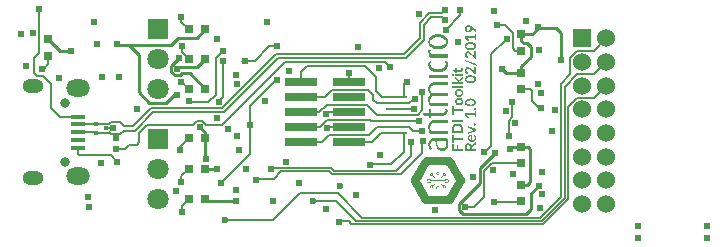
<source format=gtl>
%FSLAX44Y44*%
%MOMM*%
G71*
G01*
G75*
G04 Layer_Physical_Order=1*
G04 Layer_Color=255*
%ADD10R,1.3000X0.4500*%
%ADD11R,2.7940X0.7366*%
%ADD12R,0.5000X0.2000*%
%ADD13R,0.7620X0.7620*%
%ADD14R,0.3000X0.3000*%
%ADD15R,0.7620X0.7620*%
%ADD16R,0.6200X0.5700*%
%ADD17C,0.1500*%
%ADD18C,0.2540*%
%ADD19R,1.5240X1.5240*%
%ADD20C,1.5240*%
%ADD21C,0.8000*%
%ADD22O,1.8000X1.1500*%
%ADD23O,2.0000X1.4500*%
%ADD24R,1.8000X1.8000*%
%ADD25C,1.8000*%
%ADD26C,0.6100*%
%ADD27C,0.6000*%
G36*
X1679267Y1178077D02*
X1679521Y1178006D01*
X1679549Y1177992D01*
X1679619Y1177950D01*
X1679817Y1177795D01*
X1679831Y1177767D01*
X1679887Y1177710D01*
X1679958Y1177612D01*
X1680014Y1177499D01*
X1680028Y1177471D01*
X1680042Y1177386D01*
X1680070Y1177273D01*
X1680085Y1177118D01*
Y1177104D01*
Y1177090D01*
X1680070Y1176991D01*
X1680014Y1176738D01*
X1680000D01*
Y1176709D01*
X1679958Y1176639D01*
X1679817Y1176442D01*
X1679732Y1176371D01*
X1679633Y1176301D01*
X1679521Y1176230D01*
X1679408Y1176202D01*
X1679140Y1176160D01*
X1679013Y1176174D01*
X1678774Y1176230D01*
X1678661Y1176286D01*
X1678562Y1176357D01*
X1678463Y1176442D01*
X1678393Y1176526D01*
X1678322Y1176625D01*
X1678266Y1176738D01*
X1678224Y1176850D01*
X1678196Y1176977D01*
X1678181Y1177118D01*
X1678196Y1177245D01*
X1678266Y1177499D01*
X1678322Y1177598D01*
X1678463Y1177795D01*
X1678492Y1177823D01*
X1678548Y1177879D01*
X1678647Y1177950D01*
X1678774Y1178006D01*
X1678802Y1178020D01*
X1678886Y1178049D01*
X1678999Y1178077D01*
X1679140Y1178091D01*
X1679168D01*
X1679267Y1178077D01*
D02*
G37*
G36*
X1680000Y1183208D02*
X1678830D01*
Y1185069D01*
X1673487D01*
X1672839Y1185083D01*
X1673938Y1183772D01*
X1673952Y1183758D01*
X1673981Y1183701D01*
X1674023Y1183631D01*
X1674051Y1183547D01*
Y1183532D01*
Y1183476D01*
Y1183335D01*
Y1183321D01*
X1674037Y1183279D01*
X1673995Y1183152D01*
X1673981Y1183138D01*
X1673952Y1183109D01*
X1673882Y1183053D01*
X1673205Y1182546D01*
X1670823Y1185351D01*
Y1186634D01*
X1678830D01*
Y1188283D01*
X1680000D01*
Y1183208D01*
D02*
G37*
G36*
X1679267Y1191540D02*
X1679521Y1191469D01*
X1679549Y1191455D01*
X1679619Y1191413D01*
X1679817Y1191257D01*
X1679831Y1191229D01*
X1679887Y1191173D01*
X1679958Y1191074D01*
X1680014Y1190962D01*
X1680028Y1190933D01*
X1680042Y1190849D01*
X1680070Y1190736D01*
X1680085Y1190581D01*
Y1190567D01*
Y1190553D01*
X1680070Y1190454D01*
X1680014Y1190200D01*
X1680000D01*
Y1190172D01*
X1679958Y1190102D01*
X1679817Y1189904D01*
X1679732Y1189834D01*
X1679633Y1189763D01*
X1679521Y1189693D01*
X1679408Y1189665D01*
X1679140Y1189622D01*
X1679013Y1189636D01*
X1678774Y1189693D01*
X1678661Y1189749D01*
X1678562Y1189820D01*
X1678463Y1189904D01*
X1678393Y1189989D01*
X1678322Y1190088D01*
X1678266Y1190200D01*
X1678224Y1190313D01*
X1678196Y1190440D01*
X1678181Y1190581D01*
X1678196Y1190708D01*
X1678266Y1190962D01*
X1678322Y1191060D01*
X1678463Y1191257D01*
X1678492Y1191286D01*
X1678548Y1191342D01*
X1678647Y1191413D01*
X1678774Y1191469D01*
X1678802Y1191483D01*
X1678886Y1191511D01*
X1678999Y1191540D01*
X1679140Y1191553D01*
X1679168D01*
X1679267Y1191540D01*
D02*
G37*
G36*
X1680000Y1160625D02*
Y1160611D01*
Y1160554D01*
X1679958Y1160385D01*
X1679859Y1160174D01*
X1679774Y1160075D01*
X1679662Y1159990D01*
X1676729Y1158059D01*
X1676631Y1157989D01*
X1676560Y1157918D01*
X1676490Y1157819D01*
X1676476Y1157791D01*
X1676448Y1157721D01*
X1676434Y1157608D01*
X1676419Y1157439D01*
Y1156706D01*
X1680000D01*
Y1155000D01*
X1670837D01*
Y1157791D01*
X1670865Y1158341D01*
X1670922Y1158863D01*
X1671034Y1159398D01*
X1671175Y1159793D01*
X1671330Y1160145D01*
X1671570Y1160498D01*
X1671626Y1160568D01*
X1671810Y1160738D01*
X1672077Y1160935D01*
X1672233Y1161033D01*
X1672416Y1161118D01*
X1672430Y1161132D01*
X1672500Y1161146D01*
X1672726Y1161231D01*
X1673064Y1161301D01*
X1673262Y1161316D01*
X1673473Y1161330D01*
X1673558D01*
X1673755Y1161316D01*
X1674037Y1161273D01*
X1674347Y1161189D01*
X1674361D01*
X1674418Y1161160D01*
X1674587Y1161090D01*
X1674841Y1160963D01*
X1675094Y1160794D01*
X1675108Y1160780D01*
X1675151Y1160752D01*
X1675292Y1160625D01*
X1675489Y1160413D01*
X1675588Y1160301D01*
X1675686Y1160160D01*
X1675700Y1160145D01*
X1675729Y1160089D01*
X1675827Y1159920D01*
X1675968Y1159652D01*
X1676095Y1159314D01*
X1676222Y1159497D01*
X1676391Y1159680D01*
X1676617Y1159864D01*
X1680000Y1162161D01*
Y1160625D01*
D02*
G37*
G36*
X1676546Y1168505D02*
X1676701Y1168491D01*
X1676828Y1168435D01*
X1676842Y1168420D01*
X1676885Y1168378D01*
X1676941Y1168294D01*
X1676955Y1168152D01*
Y1164121D01*
X1676969D01*
X1677040Y1164135D01*
X1677251Y1164163D01*
X1677815Y1164290D01*
X1677829Y1164304D01*
X1677871Y1164318D01*
X1678026Y1164389D01*
X1678224Y1164501D01*
X1678421Y1164657D01*
X1678548Y1164811D01*
X1678675Y1164995D01*
X1678774Y1165206D01*
X1678830Y1165404D01*
X1678872Y1165629D01*
X1678886Y1165897D01*
X1678872Y1166123D01*
X1678802Y1166560D01*
X1678745Y1166729D01*
X1678604Y1167039D01*
X1678407Y1167405D01*
X1678365Y1167504D01*
X1678337Y1167603D01*
X1678322Y1167701D01*
X1678337Y1167814D01*
X1678379Y1167913D01*
X1678463Y1167998D01*
X1679041Y1168449D01*
X1679055Y1168435D01*
X1679084Y1168406D01*
X1679211Y1168279D01*
X1679380Y1168082D01*
X1679549Y1167857D01*
X1679563Y1167842D01*
X1679577Y1167800D01*
X1679662Y1167645D01*
X1679774Y1167434D01*
X1679873Y1167180D01*
Y1167166D01*
X1679887Y1167123D01*
X1679944Y1166968D01*
X1680000Y1166743D01*
X1680042Y1166475D01*
Y1166461D01*
Y1166419D01*
X1680056Y1166249D01*
X1680070Y1166024D01*
X1680085Y1165756D01*
Y1165728D01*
Y1165643D01*
X1680056Y1165347D01*
X1680000Y1164938D01*
X1679873Y1164501D01*
X1679859Y1164473D01*
X1679831Y1164403D01*
X1679704Y1164163D01*
X1679492Y1163825D01*
X1679366Y1163656D01*
X1679211Y1163486D01*
X1679126Y1163416D01*
X1678914Y1163233D01*
X1678759Y1163120D01*
X1678562Y1163007D01*
X1678351Y1162894D01*
X1678125Y1162796D01*
X1678012Y1162753D01*
X1677688Y1162683D01*
X1677463Y1162626D01*
X1677209Y1162598D01*
X1676617Y1162556D01*
X1676208Y1162584D01*
X1675799Y1162641D01*
X1675362Y1162767D01*
X1675010Y1162937D01*
X1674685Y1163120D01*
X1674347Y1163388D01*
X1674277Y1163458D01*
X1674093Y1163670D01*
X1673868Y1163980D01*
X1673755Y1164163D01*
X1673656Y1164374D01*
X1673614Y1164473D01*
X1673572Y1164600D01*
X1673530Y1164755D01*
X1673487Y1164952D01*
X1673445Y1165178D01*
X1673417Y1165418D01*
X1673403Y1165686D01*
X1673431Y1166066D01*
X1673487Y1166433D01*
X1673600Y1166827D01*
X1673741Y1167138D01*
X1673910Y1167420D01*
X1674164Y1167716D01*
X1674178Y1167730D01*
X1674234Y1167786D01*
X1674418Y1167927D01*
X1674714Y1168124D01*
X1674897Y1168223D01*
X1675094Y1168308D01*
X1675123Y1168322D01*
X1675193Y1168336D01*
X1675461Y1168420D01*
X1675644Y1168449D01*
X1675856Y1168491D01*
X1676349Y1168519D01*
X1676405D01*
X1676546Y1168505D01*
D02*
G37*
G36*
X1680000Y1172988D02*
Y1171564D01*
X1673501Y1168984D01*
Y1170267D01*
X1673515Y1170380D01*
X1673530Y1170464D01*
X1673586Y1170563D01*
X1673642Y1170634D01*
X1673699Y1170676D01*
X1673783Y1170718D01*
X1677265Y1171973D01*
X1677279D01*
X1677322Y1171987D01*
X1677463Y1172043D01*
X1677646Y1172100D01*
X1677871Y1172156D01*
X1677885D01*
X1677914Y1172170D01*
X1678055Y1172198D01*
X1678449Y1172283D01*
X1678266Y1172325D01*
X1677871Y1172424D01*
X1677265Y1172607D01*
X1673783Y1173890D01*
X1673713Y1173932D01*
X1673642Y1173975D01*
X1673586Y1174045D01*
X1673544Y1174130D01*
X1673515Y1174214D01*
X1673501Y1174327D01*
Y1175567D01*
X1680000Y1172988D01*
D02*
G37*
G36*
X1680014Y1228389D02*
X1680028D01*
X1680056Y1228375D01*
X1680183Y1228304D01*
X1680324Y1228192D01*
X1680451Y1228037D01*
Y1228023D01*
X1680465Y1227994D01*
X1680522Y1227881D01*
X1680564Y1227740D01*
X1680592Y1227557D01*
Y1226895D01*
X1671133Y1230588D01*
X1670978Y1230673D01*
X1670851Y1230771D01*
X1670724Y1230898D01*
X1670654Y1231039D01*
X1670611Y1231194D01*
X1670583Y1231392D01*
Y1232068D01*
X1680014Y1228389D01*
D02*
G37*
G36*
X1680000Y1232914D02*
X1679492D01*
X1679380Y1232928D01*
X1679154Y1232971D01*
X1679055Y1233027D01*
X1678844Y1233196D01*
X1676053Y1235973D01*
X1675827Y1236185D01*
X1675616Y1236382D01*
X1675376Y1236593D01*
X1675179Y1236763D01*
X1674967Y1236904D01*
X1674742Y1237059D01*
X1674545Y1237157D01*
X1674333Y1237256D01*
X1674093Y1237341D01*
X1673882Y1237397D01*
X1673656Y1237425D01*
X1673530Y1237439D01*
X1673403D01*
X1673205Y1237425D01*
X1672825Y1237341D01*
X1672670Y1237270D01*
X1672543Y1237200D01*
X1672402Y1237073D01*
X1672388D01*
X1672374Y1237045D01*
X1672303Y1236960D01*
X1672204Y1236819D01*
X1672134Y1236650D01*
Y1236636D01*
X1672120Y1236608D01*
X1672092Y1236495D01*
X1672063Y1236326D01*
X1672049Y1236114D01*
Y1236100D01*
Y1236072D01*
X1672063Y1235945D01*
X1672134Y1235593D01*
Y1235579D01*
X1672148Y1235550D01*
X1672190Y1235452D01*
X1672359Y1235170D01*
X1672388Y1235142D01*
X1672458Y1235057D01*
X1672557Y1234958D01*
X1672698Y1234859D01*
X1672712D01*
X1672726Y1234845D01*
X1672811Y1234789D01*
X1672952Y1234719D01*
X1673107Y1234662D01*
X1673121D01*
X1673149Y1234648D01*
X1673262Y1234592D01*
X1673403Y1234507D01*
X1673459Y1234451D01*
X1673501Y1234380D01*
X1673515Y1234352D01*
X1673530Y1234253D01*
X1673544Y1234098D01*
X1673530Y1233887D01*
X1673389Y1233069D01*
X1672994Y1233154D01*
X1672233Y1233436D01*
X1671936Y1233619D01*
X1671669Y1233830D01*
X1671528Y1233971D01*
X1671401Y1234112D01*
X1671344Y1234183D01*
X1671218Y1234380D01*
X1671133Y1234521D01*
X1671048Y1234690D01*
X1670978Y1234859D01*
X1670907Y1235057D01*
X1670823Y1235395D01*
X1670766Y1235762D01*
X1670738Y1235973D01*
Y1236199D01*
X1670766Y1236579D01*
X1670809Y1236960D01*
X1670922Y1237355D01*
X1670950Y1237439D01*
X1671062Y1237665D01*
X1671218Y1237961D01*
X1671457Y1238257D01*
X1671514Y1238313D01*
X1671683Y1238468D01*
X1671810Y1238567D01*
X1671951Y1238666D01*
X1672106Y1238750D01*
X1672275Y1238835D01*
X1672289Y1238849D01*
X1672359Y1238863D01*
X1672585Y1238948D01*
X1672923Y1239018D01*
X1673135Y1239032D01*
X1673346Y1239046D01*
X1673431D01*
X1673656Y1239032D01*
X1673952Y1238976D01*
X1674291Y1238891D01*
X1674305D01*
X1674361Y1238863D01*
X1674545Y1238793D01*
X1675108Y1238497D01*
X1675123Y1238483D01*
X1675179Y1238454D01*
X1675348Y1238342D01*
X1675870Y1237919D01*
X1675884Y1237905D01*
X1675926Y1237862D01*
X1676095Y1237707D01*
X1676617Y1237214D01*
X1678731Y1235142D01*
X1678689Y1235325D01*
X1678604Y1235733D01*
X1678576Y1235917D01*
X1678548Y1236297D01*
Y1238652D01*
X1678562Y1238793D01*
X1678604Y1238920D01*
X1678689Y1239046D01*
Y1239060D01*
X1678717Y1239074D01*
X1678788Y1239131D01*
X1678914Y1239173D01*
X1679070Y1239201D01*
X1680000D01*
Y1232914D01*
D02*
G37*
G36*
X1676123Y1246800D02*
X1676800Y1246715D01*
X1677505Y1246574D01*
X1677519D01*
X1677547Y1246560D01*
X1677646Y1246532D01*
X1678026Y1246391D01*
X1678492Y1246165D01*
X1678745Y1246024D01*
X1678971Y1245855D01*
X1678999Y1245841D01*
X1679070Y1245771D01*
X1679295Y1245559D01*
X1679436Y1245390D01*
X1679577Y1245207D01*
X1679718Y1245009D01*
X1679831Y1244784D01*
X1679845Y1244756D01*
X1679873Y1244671D01*
X1679915Y1244558D01*
X1679958Y1244389D01*
X1680014Y1244192D01*
X1680056Y1243966D01*
X1680085Y1243712D01*
X1680099Y1243459D01*
Y1243430D01*
X1680085Y1243332D01*
X1680056Y1243022D01*
X1679986Y1242585D01*
X1679831Y1242120D01*
X1679817Y1242091D01*
X1679774Y1242021D01*
X1679619Y1241767D01*
X1679352Y1241415D01*
X1679168Y1241231D01*
X1678971Y1241062D01*
X1678872Y1240992D01*
X1678745Y1240907D01*
X1678576Y1240808D01*
X1678351Y1240696D01*
X1678111Y1240569D01*
X1677815Y1240456D01*
X1677505Y1240357D01*
X1677350Y1240315D01*
X1676913Y1240230D01*
X1676250Y1240146D01*
X1675856Y1240118D01*
X1675419Y1240104D01*
X1674714Y1240132D01*
X1674037Y1240216D01*
X1673346Y1240357D01*
X1672825Y1240541D01*
X1672345Y1240766D01*
X1672106Y1240907D01*
X1671880Y1241062D01*
X1671556Y1241358D01*
X1671415Y1241513D01*
X1671274Y1241697D01*
X1671133Y1241908D01*
X1671020Y1242120D01*
X1670978Y1242232D01*
X1670879Y1242514D01*
X1670823Y1242726D01*
X1670781Y1242951D01*
X1670752Y1243191D01*
X1670738Y1243459D01*
X1670766Y1243896D01*
X1670851Y1244319D01*
X1671020Y1244784D01*
X1671077Y1244883D01*
X1671232Y1245150D01*
X1671499Y1245503D01*
X1671683Y1245686D01*
X1671880Y1245855D01*
X1671908Y1245883D01*
X1671979Y1245926D01*
X1672275Y1246123D01*
X1672486Y1246236D01*
X1672740Y1246349D01*
X1673022Y1246476D01*
X1673346Y1246574D01*
X1673360D01*
X1673389Y1246588D01*
X1673501Y1246616D01*
X1673938Y1246701D01*
X1674587Y1246786D01*
X1674982Y1246814D01*
X1675419Y1246828D01*
X1675616D01*
X1676123Y1246800D01*
D02*
G37*
G36*
Y1199109D02*
X1676800Y1199025D01*
X1677505Y1198884D01*
X1677519D01*
X1677547Y1198870D01*
X1677646Y1198842D01*
X1678026Y1198701D01*
X1678492Y1198475D01*
X1678745Y1198334D01*
X1678971Y1198165D01*
X1678999Y1198151D01*
X1679070Y1198081D01*
X1679295Y1197869D01*
X1679436Y1197700D01*
X1679577Y1197517D01*
X1679718Y1197319D01*
X1679831Y1197094D01*
X1679845Y1197066D01*
X1679873Y1196981D01*
X1679915Y1196868D01*
X1679958Y1196699D01*
X1680014Y1196502D01*
X1680056Y1196276D01*
X1680085Y1196022D01*
X1680099Y1195769D01*
Y1195740D01*
X1680085Y1195642D01*
X1680056Y1195331D01*
X1679986Y1194894D01*
X1679831Y1194429D01*
X1679817Y1194401D01*
X1679774Y1194331D01*
X1679619Y1194077D01*
X1679352Y1193725D01*
X1679168Y1193541D01*
X1678971Y1193372D01*
X1678872Y1193302D01*
X1678745Y1193217D01*
X1678576Y1193118D01*
X1678351Y1193006D01*
X1678111Y1192879D01*
X1677815Y1192766D01*
X1677505Y1192667D01*
X1677350Y1192625D01*
X1676913Y1192540D01*
X1676250Y1192456D01*
X1675856Y1192428D01*
X1675419Y1192413D01*
X1674714Y1192442D01*
X1674037Y1192526D01*
X1673346Y1192667D01*
X1672825Y1192850D01*
X1672345Y1193076D01*
X1672106Y1193217D01*
X1671880Y1193372D01*
X1671556Y1193668D01*
X1671415Y1193823D01*
X1671274Y1194006D01*
X1671133Y1194218D01*
X1671020Y1194429D01*
X1670978Y1194542D01*
X1670879Y1194824D01*
X1670823Y1195035D01*
X1670781Y1195261D01*
X1670752Y1195501D01*
X1670738Y1195769D01*
X1670766Y1196206D01*
X1670851Y1196628D01*
X1671020Y1197094D01*
X1671077Y1197192D01*
X1671232Y1197460D01*
X1671499Y1197813D01*
X1671683Y1197996D01*
X1671880Y1198165D01*
X1671908Y1198193D01*
X1671979Y1198235D01*
X1672275Y1198433D01*
X1672486Y1198546D01*
X1672740Y1198658D01*
X1673022Y1198785D01*
X1673346Y1198884D01*
X1673360D01*
X1673389Y1198898D01*
X1673501Y1198926D01*
X1673938Y1199011D01*
X1674587Y1199095D01*
X1674982Y1199124D01*
X1675419Y1199138D01*
X1675616D01*
X1676123Y1199109D01*
D02*
G37*
G36*
Y1218817D02*
X1676800Y1218733D01*
X1677505Y1218592D01*
X1677519D01*
X1677547Y1218577D01*
X1677646Y1218549D01*
X1678026Y1218408D01*
X1678492Y1218183D01*
X1678745Y1218042D01*
X1678971Y1217873D01*
X1678999Y1217859D01*
X1679070Y1217788D01*
X1679295Y1217577D01*
X1679436Y1217407D01*
X1679577Y1217224D01*
X1679718Y1217027D01*
X1679831Y1216801D01*
X1679845Y1216773D01*
X1679873Y1216689D01*
X1679915Y1216576D01*
X1679958Y1216407D01*
X1680014Y1216209D01*
X1680056Y1215984D01*
X1680085Y1215730D01*
X1680099Y1215476D01*
Y1215448D01*
X1680085Y1215349D01*
X1680056Y1215039D01*
X1679986Y1214602D01*
X1679831Y1214137D01*
X1679817Y1214109D01*
X1679774Y1214038D01*
X1679619Y1213784D01*
X1679352Y1213432D01*
X1679168Y1213249D01*
X1678971Y1213080D01*
X1678872Y1213009D01*
X1678745Y1212925D01*
X1678576Y1212826D01*
X1678351Y1212713D01*
X1678111Y1212586D01*
X1677815Y1212474D01*
X1677505Y1212375D01*
X1677350Y1212333D01*
X1676913Y1212248D01*
X1676250Y1212163D01*
X1675856Y1212135D01*
X1675419Y1212121D01*
X1674714Y1212149D01*
X1674037Y1212234D01*
X1673346Y1212375D01*
X1672825Y1212558D01*
X1672345Y1212784D01*
X1672106Y1212925D01*
X1671880Y1213080D01*
X1671556Y1213376D01*
X1671415Y1213531D01*
X1671274Y1213714D01*
X1671133Y1213925D01*
X1671020Y1214137D01*
X1670978Y1214250D01*
X1670879Y1214532D01*
X1670823Y1214743D01*
X1670781Y1214969D01*
X1670752Y1215208D01*
X1670738Y1215476D01*
X1670766Y1215913D01*
X1670851Y1216336D01*
X1671020Y1216801D01*
X1671077Y1216900D01*
X1671232Y1217168D01*
X1671499Y1217520D01*
X1671683Y1217703D01*
X1671880Y1217873D01*
X1671908Y1217901D01*
X1671979Y1217943D01*
X1672275Y1218140D01*
X1672486Y1218253D01*
X1672740Y1218366D01*
X1673022Y1218493D01*
X1673346Y1218592D01*
X1673360D01*
X1673389Y1218606D01*
X1673501Y1218634D01*
X1673938Y1218718D01*
X1674587Y1218803D01*
X1674982Y1218831D01*
X1675419Y1218845D01*
X1675616D01*
X1676123Y1218817D01*
D02*
G37*
G36*
X1680000Y1219649D02*
X1679492D01*
X1679380Y1219663D01*
X1679154Y1219705D01*
X1679055Y1219762D01*
X1678844Y1219931D01*
X1676053Y1222708D01*
X1675827Y1222919D01*
X1675616Y1223117D01*
X1675376Y1223328D01*
X1675179Y1223497D01*
X1674967Y1223638D01*
X1674742Y1223793D01*
X1674545Y1223892D01*
X1674333Y1223991D01*
X1674093Y1224075D01*
X1673882Y1224132D01*
X1673656Y1224160D01*
X1673530Y1224174D01*
X1673403D01*
X1673205Y1224160D01*
X1672825Y1224075D01*
X1672670Y1224005D01*
X1672543Y1223934D01*
X1672402Y1223808D01*
X1672388D01*
X1672374Y1223779D01*
X1672303Y1223695D01*
X1672204Y1223554D01*
X1672134Y1223385D01*
Y1223371D01*
X1672120Y1223342D01*
X1672092Y1223230D01*
X1672063Y1223060D01*
X1672049Y1222849D01*
Y1222835D01*
Y1222807D01*
X1672063Y1222680D01*
X1672134Y1222327D01*
Y1222313D01*
X1672148Y1222285D01*
X1672190Y1222186D01*
X1672359Y1221904D01*
X1672388Y1221876D01*
X1672458Y1221792D01*
X1672557Y1221693D01*
X1672698Y1221594D01*
X1672712D01*
X1672726Y1221580D01*
X1672811Y1221524D01*
X1672952Y1221453D01*
X1673107Y1221397D01*
X1673121D01*
X1673149Y1221383D01*
X1673262Y1221326D01*
X1673403Y1221242D01*
X1673459Y1221185D01*
X1673501Y1221115D01*
X1673515Y1221087D01*
X1673530Y1220988D01*
X1673544Y1220833D01*
X1673530Y1220622D01*
X1673389Y1219804D01*
X1672994Y1219889D01*
X1672233Y1220171D01*
X1671936Y1220354D01*
X1671669Y1220565D01*
X1671528Y1220706D01*
X1671401Y1220847D01*
X1671344Y1220918D01*
X1671218Y1221115D01*
X1671133Y1221256D01*
X1671048Y1221425D01*
X1670978Y1221594D01*
X1670907Y1221792D01*
X1670823Y1222130D01*
X1670766Y1222496D01*
X1670738Y1222708D01*
Y1222934D01*
X1670766Y1223314D01*
X1670809Y1223695D01*
X1670922Y1224089D01*
X1670950Y1224174D01*
X1671062Y1224400D01*
X1671218Y1224696D01*
X1671457Y1224992D01*
X1671514Y1225048D01*
X1671683Y1225203D01*
X1671810Y1225302D01*
X1671951Y1225400D01*
X1672106Y1225485D01*
X1672275Y1225570D01*
X1672289Y1225584D01*
X1672359Y1225598D01*
X1672585Y1225682D01*
X1672923Y1225753D01*
X1673135Y1225767D01*
X1673346Y1225781D01*
X1673431D01*
X1673656Y1225767D01*
X1673952Y1225711D01*
X1674291Y1225626D01*
X1674305D01*
X1674361Y1225598D01*
X1674545Y1225527D01*
X1675108Y1225231D01*
X1675123Y1225217D01*
X1675179Y1225189D01*
X1675348Y1225076D01*
X1675870Y1224653D01*
X1675884Y1224639D01*
X1675926Y1224597D01*
X1676095Y1224442D01*
X1676617Y1223949D01*
X1678731Y1221876D01*
X1678689Y1222059D01*
X1678604Y1222468D01*
X1678576Y1222652D01*
X1678548Y1223032D01*
Y1225386D01*
X1678562Y1225527D01*
X1678604Y1225654D01*
X1678689Y1225781D01*
Y1225795D01*
X1678717Y1225809D01*
X1678788Y1225866D01*
X1678914Y1225908D01*
X1679070Y1225936D01*
X1680000D01*
Y1219649D01*
D02*
G37*
G36*
X1669000Y1179430D02*
X1659837D01*
Y1181136D01*
X1669000D01*
Y1179430D01*
D02*
G37*
G36*
X1661233Y1189918D02*
X1669000D01*
Y1188213D01*
X1661233D01*
Y1185450D01*
X1659837D01*
Y1192681D01*
X1661233D01*
Y1189918D01*
D02*
G37*
G36*
X1666209Y1199702D02*
X1666660Y1199631D01*
X1667139Y1199504D01*
X1667167Y1199490D01*
X1667238Y1199462D01*
X1667506Y1199335D01*
X1667844Y1199138D01*
X1668197Y1198856D01*
X1668211Y1198842D01*
X1668267Y1198785D01*
X1668436Y1198574D01*
X1668549Y1198419D01*
X1668662Y1198250D01*
X1668760Y1198052D01*
X1668859Y1197841D01*
X1668873Y1197813D01*
X1668887Y1197742D01*
X1668972Y1197460D01*
X1669014Y1197263D01*
X1669042Y1197037D01*
X1669070Y1196798D01*
X1669085Y1196530D01*
Y1196516D01*
Y1196502D01*
Y1196403D01*
X1669056Y1196093D01*
X1668986Y1195656D01*
X1668859Y1195191D01*
X1668845Y1195162D01*
X1668817Y1195092D01*
X1668690Y1194838D01*
X1668478Y1194514D01*
X1668197Y1194176D01*
X1668112Y1194105D01*
X1667900Y1193936D01*
X1667562Y1193725D01*
X1667365Y1193626D01*
X1667139Y1193527D01*
X1667026Y1193499D01*
X1666730Y1193414D01*
X1666519Y1193372D01*
X1666293Y1193344D01*
X1665744Y1193302D01*
X1665278Y1193330D01*
X1664827Y1193400D01*
X1664348Y1193527D01*
X1663981Y1193696D01*
X1663643Y1193908D01*
X1663305Y1194176D01*
X1663051Y1194457D01*
X1662952Y1194613D01*
X1662840Y1194782D01*
X1662741Y1194979D01*
X1662642Y1195191D01*
X1662600Y1195303D01*
X1662515Y1195585D01*
X1662445Y1196008D01*
X1662417Y1196262D01*
X1662403Y1196530D01*
X1662431Y1196967D01*
X1662501Y1197390D01*
X1662642Y1197841D01*
X1662811Y1198193D01*
X1663023Y1198518D01*
X1663305Y1198856D01*
X1663319Y1198870D01*
X1663375Y1198926D01*
X1663587Y1199095D01*
X1663742Y1199194D01*
X1663925Y1199307D01*
X1664122Y1199420D01*
X1664348Y1199504D01*
X1664376Y1199518D01*
X1664461Y1199547D01*
X1664757Y1199617D01*
X1664954Y1199659D01*
X1665194Y1199702D01*
X1665744Y1199730D01*
X1665871D01*
X1666209Y1199702D01*
D02*
G37*
G36*
X1661190Y1156706D02*
X1663911D01*
Y1160145D01*
X1665264D01*
Y1156706D01*
X1669000D01*
Y1155000D01*
X1659837D01*
Y1160780D01*
X1661190D01*
Y1156706D01*
D02*
G37*
G36*
X1661233Y1165812D02*
X1669000D01*
Y1164107D01*
X1661233D01*
Y1161344D01*
X1659837D01*
Y1168575D01*
X1661233D01*
Y1165812D01*
D02*
G37*
G36*
X1665025Y1177894D02*
X1665631Y1177795D01*
X1666279Y1177598D01*
X1666293D01*
X1666322Y1177583D01*
X1666420Y1177541D01*
X1666773Y1177358D01*
X1666998Y1177217D01*
X1667238Y1177062D01*
X1667492Y1176864D01*
X1667731Y1176653D01*
X1667760Y1176625D01*
X1667830Y1176540D01*
X1668070Y1176244D01*
X1668225Y1176033D01*
X1668309Y1175906D01*
X1668380Y1175779D01*
X1668535Y1175497D01*
X1668676Y1175187D01*
Y1175173D01*
X1668690Y1175145D01*
X1668732Y1175032D01*
X1668831Y1174623D01*
X1668901Y1174341D01*
X1668944Y1174017D01*
X1668986Y1173664D01*
X1669000Y1173481D01*
Y1173284D01*
Y1169788D01*
X1659837D01*
Y1173284D01*
Y1173467D01*
X1659879Y1173918D01*
X1659978Y1174524D01*
X1660175Y1175187D01*
X1660415Y1175694D01*
X1660711Y1176174D01*
X1660908Y1176413D01*
X1661120Y1176653D01*
X1661148Y1176681D01*
X1661233Y1176752D01*
X1661529Y1177005D01*
X1661740Y1177146D01*
X1661853Y1177231D01*
X1661994Y1177301D01*
X1662262Y1177457D01*
X1662572Y1177598D01*
X1662586D01*
X1662614Y1177612D01*
X1662713Y1177654D01*
X1662896Y1177710D01*
X1663122Y1177767D01*
X1663389Y1177823D01*
X1663714Y1177879D01*
X1663869Y1177908D01*
X1664052Y1177922D01*
X1664418Y1177936D01*
X1664588D01*
X1665025Y1177894D01*
D02*
G37*
G36*
X1660725Y1219987D02*
X1660993Y1219917D01*
X1661021Y1219903D01*
X1661092Y1219860D01*
X1661303Y1219691D01*
X1661317Y1219663D01*
X1661373Y1219607D01*
X1661444Y1219508D01*
X1661514Y1219381D01*
Y1219367D01*
X1661529Y1219353D01*
X1661543Y1219268D01*
X1661585Y1218986D01*
Y1218972D01*
Y1218958D01*
X1661571Y1218859D01*
X1661514Y1218606D01*
Y1218592D01*
X1661500Y1218577D01*
X1661458Y1218493D01*
X1661303Y1218281D01*
X1661204Y1218211D01*
X1661106Y1218140D01*
X1660993Y1218070D01*
X1660880Y1218042D01*
X1660598Y1217999D01*
X1660471Y1218014D01*
X1660204Y1218070D01*
X1660091Y1218126D01*
X1659992Y1218197D01*
X1659893Y1218281D01*
X1659809Y1218380D01*
X1659738Y1218479D01*
X1659682Y1218606D01*
X1659640Y1218718D01*
X1659611Y1218845D01*
X1659597Y1218986D01*
X1659611Y1219113D01*
X1659682Y1219381D01*
X1659738Y1219494D01*
X1659795Y1219593D01*
X1659893Y1219691D01*
X1659922Y1219719D01*
X1659978Y1219776D01*
X1660077Y1219846D01*
X1660204Y1219917D01*
X1660218D01*
X1660232Y1219931D01*
X1660316Y1219959D01*
X1660443Y1219987D01*
X1660598Y1220001D01*
X1660626D01*
X1660725Y1219987D01*
D02*
G37*
G36*
X1669000Y1218211D02*
X1662501D01*
Y1219790D01*
X1669000D01*
Y1218211D01*
D02*
G37*
G36*
X1668549Y1225245D02*
X1668577Y1225203D01*
X1668690Y1225034D01*
X1668760Y1224921D01*
X1668831Y1224780D01*
X1668901Y1224639D01*
X1668958Y1224470D01*
Y1224456D01*
X1668972Y1224400D01*
X1669028Y1224188D01*
X1669070Y1223906D01*
X1669099Y1223554D01*
Y1223540D01*
Y1223511D01*
X1669085Y1223413D01*
X1669042Y1223074D01*
X1668986Y1222863D01*
X1668901Y1222652D01*
X1668789Y1222440D01*
X1668634Y1222257D01*
X1668549Y1222186D01*
X1668436Y1222116D01*
X1668281Y1222031D01*
X1668098Y1221947D01*
X1667872Y1221876D01*
X1667604Y1221820D01*
X1667308Y1221806D01*
X1663671D01*
Y1221129D01*
Y1221115D01*
X1663657Y1221059D01*
X1663629Y1220988D01*
X1663587Y1220918D01*
X1663530Y1220875D01*
X1663446Y1220847D01*
X1663347Y1220833D01*
X1662727D01*
X1662544Y1221876D01*
X1660767Y1222200D01*
X1660697Y1222229D01*
X1660570Y1222327D01*
X1660528Y1222384D01*
X1660514Y1222454D01*
X1660500Y1222553D01*
Y1223371D01*
X1662558D01*
Y1225104D01*
X1663671D01*
Y1223371D01*
X1667252D01*
X1667365Y1223385D01*
X1667534Y1223427D01*
X1667675Y1223511D01*
X1667760Y1223624D01*
X1667816Y1223751D01*
X1667844Y1223920D01*
X1667816Y1224174D01*
X1667745Y1224343D01*
X1667675Y1224470D01*
X1667647Y1224512D01*
X1667633Y1224583D01*
Y1224625D01*
X1667675Y1224696D01*
X1667774Y1224794D01*
X1668535Y1225259D01*
X1668549Y1225245D01*
D02*
G37*
G36*
X1666209Y1206990D02*
X1666660Y1206919D01*
X1667139Y1206792D01*
X1667167Y1206778D01*
X1667238Y1206750D01*
X1667506Y1206623D01*
X1667844Y1206426D01*
X1668197Y1206144D01*
X1668211Y1206130D01*
X1668267Y1206074D01*
X1668436Y1205862D01*
X1668549Y1205707D01*
X1668662Y1205538D01*
X1668760Y1205340D01*
X1668859Y1205129D01*
X1668873Y1205101D01*
X1668887Y1205030D01*
X1668972Y1204748D01*
X1669014Y1204551D01*
X1669042Y1204325D01*
X1669070Y1204086D01*
X1669085Y1203818D01*
Y1203804D01*
Y1203790D01*
Y1203691D01*
X1669056Y1203381D01*
X1668986Y1202944D01*
X1668859Y1202479D01*
X1668845Y1202450D01*
X1668817Y1202380D01*
X1668690Y1202126D01*
X1668478Y1201802D01*
X1668197Y1201464D01*
X1668112Y1201393D01*
X1667900Y1201224D01*
X1667562Y1201013D01*
X1667365Y1200914D01*
X1667139Y1200815D01*
X1667026Y1200787D01*
X1666730Y1200703D01*
X1666519Y1200660D01*
X1666293Y1200632D01*
X1665744Y1200590D01*
X1665278Y1200618D01*
X1664827Y1200688D01*
X1664348Y1200815D01*
X1663981Y1200984D01*
X1663643Y1201196D01*
X1663305Y1201464D01*
X1663051Y1201746D01*
X1662952Y1201901D01*
X1662840Y1202070D01*
X1662741Y1202267D01*
X1662642Y1202479D01*
X1662600Y1202591D01*
X1662515Y1202873D01*
X1662445Y1203296D01*
X1662417Y1203550D01*
X1662403Y1203818D01*
X1662431Y1204255D01*
X1662501Y1204678D01*
X1662642Y1205129D01*
X1662811Y1205481D01*
X1663023Y1205806D01*
X1663305Y1206144D01*
X1663319Y1206158D01*
X1663375Y1206214D01*
X1663587Y1206384D01*
X1663742Y1206482D01*
X1663925Y1206595D01*
X1664122Y1206708D01*
X1664348Y1206792D01*
X1664376Y1206806D01*
X1664461Y1206835D01*
X1664757Y1206905D01*
X1664954Y1206947D01*
X1665194Y1206990D01*
X1665744Y1207018D01*
X1665871D01*
X1666209Y1206990D01*
D02*
G37*
G36*
X1669000Y1208244D02*
X1659583D01*
Y1209809D01*
X1669000D01*
Y1208244D01*
D02*
G37*
G36*
Y1215970D02*
Y1215956D01*
Y1215941D01*
X1668986Y1215857D01*
X1668944Y1215645D01*
X1668929Y1215631D01*
X1668901Y1215575D01*
X1668831Y1215504D01*
X1668732Y1215434D01*
X1666265Y1213770D01*
X1666181Y1213714D01*
X1666110Y1213658D01*
X1666068Y1213587D01*
X1666054Y1213573D01*
X1666040Y1213517D01*
X1666026Y1213305D01*
Y1212953D01*
X1669000D01*
Y1211374D01*
X1659583D01*
Y1212953D01*
X1664982D01*
Y1213235D01*
Y1213333D01*
X1664940Y1213488D01*
X1664898Y1213545D01*
X1664855Y1213601D01*
X1664771Y1213672D01*
X1662769Y1215293D01*
X1662699Y1215363D01*
X1662628Y1215434D01*
X1662572Y1215518D01*
X1662529Y1215603D01*
X1662515Y1215716D01*
X1662501Y1215843D01*
Y1217266D01*
X1664912Y1215251D01*
X1664926Y1215237D01*
X1664954Y1215208D01*
X1665067Y1215110D01*
X1665208Y1214969D01*
X1665278Y1214884D01*
X1665349Y1214785D01*
X1665419Y1214856D01*
X1665574Y1215011D01*
X1665603Y1215025D01*
X1665659Y1215081D01*
X1665842Y1215222D01*
X1669000Y1217393D01*
Y1215970D01*
D02*
G37*
G36*
X1656074Y1189303D02*
X1656140Y1188440D01*
X1655881Y1186880D01*
X1655115Y1185674D01*
X1653853Y1184895D01*
X1652111Y1184619D01*
X1641652D01*
Y1182782D01*
X1640023D01*
Y1184619D01*
X1636351D01*
X1635588Y1187097D01*
X1635683Y1187226D01*
X1640023D01*
Y1190011D01*
X1641652D01*
Y1187226D01*
X1652111D01*
X1653044Y1187352D01*
X1653743Y1187729D01*
X1654181Y1188350D01*
X1654333Y1189211D01*
X1654232Y1189890D01*
X1654336Y1190011D01*
X1655874D01*
X1656074Y1189303D01*
D02*
G37*
G36*
X1655905Y1212964D02*
X1656017Y1212851D01*
X1656015Y1210363D01*
X1656015D01*
Y1210363D01*
X1656010Y1210345D01*
X1655991Y1210337D01*
X1644854Y1210339D01*
X1644855Y1210339D01*
X1644855Y1210339D01*
D01*
D01*
D01*
D01*
D01*
Y1210339D01*
X1644853Y1210339D01*
X1644853D01*
D01*
D01*
Y1210339D01*
D01*
D01*
D01*
D01*
Y1210339D01*
D01*
D01*
Y1210339D01*
D01*
X1644103Y1210293D01*
X1643430Y1210155D01*
X1642841Y1209918D01*
X1642345Y1209578D01*
X1641947Y1209129D01*
X1641652Y1208566D01*
X1641470Y1207883D01*
X1641408Y1207075D01*
X1641514Y1206152D01*
X1641817Y1205329D01*
X1642291Y1204606D01*
X1642907Y1203988D01*
X1655904D01*
X1656017Y1203875D01*
X1656015Y1201385D01*
X1656015D01*
Y1201385D01*
X1656009Y1201366D01*
X1655990Y1201358D01*
X1644440Y1201360D01*
X1644440Y1201360D01*
X1644440Y1201360D01*
D01*
D01*
D01*
D01*
D01*
Y1201360D01*
X1644438Y1201360D01*
X1644438D01*
D01*
D01*
Y1201360D01*
D01*
D01*
D01*
D01*
Y1201360D01*
D01*
D01*
X1643783Y1201312D01*
X1643194Y1201168D01*
X1642677Y1200920D01*
X1642239Y1200568D01*
X1641886Y1200105D01*
X1641625Y1199528D01*
X1641463Y1198830D01*
X1641408Y1198009D01*
X1641530Y1196394D01*
X1641937Y1195040D01*
X1655904D01*
X1656017Y1194927D01*
X1656015Y1192438D01*
X1656015D01*
Y1192438D01*
X1656009Y1192419D01*
X1655990Y1192411D01*
X1640852Y1192413D01*
Y1192413D01*
X1640852D01*
X1640833Y1192419D01*
X1640829Y1192430D01*
X1640011Y1194938D01*
X1640011Y1194938D01*
X1640009Y1194943D01*
X1639704Y1197916D01*
X1639704D01*
X1639703Y1197917D01*
X1639704Y1197921D01*
X1639704D01*
X1639704Y1197921D01*
Y1197921D01*
X1639704Y1197921D01*
D01*
X1639824Y1199537D01*
D01*
D01*
D01*
D01*
D01*
D01*
X1639824D01*
D01*
D01*
X1639824Y1199537D01*
D01*
D01*
D01*
D01*
D01*
D01*
D01*
Y1199537D01*
D01*
D01*
D01*
D01*
D01*
D01*
D01*
Y1199537D01*
D01*
X1640182Y1200835D01*
D01*
D01*
D01*
D01*
D01*
D01*
X1640182D01*
X1640182Y1200835D01*
X1640182Y1200835D01*
X1640182D01*
D01*
X1640182Y1200836D01*
X1640183Y1200838D01*
X1640768Y1201880D01*
X1640768Y1201880D01*
X1640768Y1201880D01*
X1640768Y1201880D01*
X1640768D01*
X1640769Y1201881D01*
X1641560Y1202720D01*
Y1202720D01*
X1641560Y1202720D01*
X1641560D01*
X1640795Y1203603D01*
X1640796D01*
Y1203603D01*
D01*
D01*
D01*
D01*
D01*
D01*
D01*
D01*
D01*
D01*
Y1203603D01*
D01*
D01*
D01*
D01*
D01*
D01*
D01*
D01*
D01*
D01*
D01*
Y1203603D01*
D01*
D01*
D01*
D01*
D01*
X1640795D01*
D01*
X1640205Y1204692D01*
D01*
Y1204692D01*
D01*
D01*
D01*
D01*
D01*
D01*
D01*
D01*
Y1204692D01*
X1640205Y1204692D01*
X1640203Y1204696D01*
X1639833Y1205936D01*
D01*
D01*
X1639833D01*
X1639833D01*
Y1205936D01*
D01*
D01*
D01*
X1639832Y1205941D01*
X1639832D01*
D01*
D01*
D01*
X1639704Y1207309D01*
D01*
X1639704D01*
D01*
D01*
X1639704Y1207309D01*
D01*
D01*
D01*
D01*
Y1207309D01*
D01*
D01*
D01*
D01*
D01*
D01*
Y1207309D01*
X1640080Y1209845D01*
X1640080Y1209845D01*
Y1209845D01*
D01*
X1640080D01*
D01*
Y1209845D01*
D01*
D01*
X1641140Y1211605D01*
X1641140Y1211605D01*
X1641140D01*
X1641147Y1211613D01*
D01*
D01*
D01*
D01*
X1641147D01*
X1641147Y1211613D01*
X1641148Y1211614D01*
D01*
D01*
D01*
D01*
Y1211614D01*
X1641148Y1211614D01*
X1642776Y1212631D01*
X1642776D01*
D01*
D01*
D01*
D01*
D01*
D01*
D01*
Y1212631D01*
X1642776D01*
D01*
D01*
D01*
D01*
D01*
Y1212631D01*
X1642776D01*
Y1212631D01*
X1642776Y1212631D01*
D01*
Y1212631D01*
D01*
D01*
D01*
D01*
X1642776Y1212631D01*
D01*
Y1212631D01*
D01*
Y1212631D01*
D01*
X1642785Y1212635D01*
X1644879Y1212964D01*
X1644879Y1212964D01*
X1644879D01*
X1644879D01*
X1644883Y1212966D01*
Y1212966D01*
D01*
X1655905Y1212964D01*
D02*
G37*
G36*
X1655990Y1216471D02*
X1640023D01*
Y1219077D01*
X1655990D01*
Y1216471D01*
D02*
G37*
G36*
X1648243Y1136789D02*
X1648563Y1136657D01*
X1648838Y1136446D01*
X1649049Y1136171D01*
X1649182Y1135851D01*
X1649227Y1135507D01*
X1649182Y1135164D01*
X1649049Y1134843D01*
X1648838Y1134568D01*
X1648563Y1134358D01*
X1648270Y1134236D01*
D01*
X1648259Y1134241D01*
X1648259Y1134241D01*
X1648259Y1134214D01*
Y1134214D01*
Y1132600D01*
X1648260Y1129869D01*
X1650055D01*
X1650053Y1131897D01*
X1650055Y1131897D01*
X1650055Y1131897D01*
X1650055Y1131897D01*
Y1131897D01*
X1650055D01*
X1650055Y1131897D01*
X1650057Y1132002D01*
D01*
X1650057Y1132002D01*
D01*
D01*
D01*
Y1132003D01*
X1650057Y1132003D01*
D01*
D01*
D01*
Y1132003D01*
X1650057D01*
X1650119Y1132178D01*
D01*
Y1132178D01*
D01*
D01*
X1650119D01*
D01*
D01*
D01*
D01*
D01*
X1650119D01*
Y1132178D01*
D01*
D01*
X1650278Y1132366D01*
X1650278Y1132366D01*
Y1132366D01*
D01*
D01*
D01*
D01*
D01*
D01*
D01*
X1650278D01*
D01*
D01*
D01*
D01*
D01*
X1650278D01*
D01*
D01*
D01*
D01*
D01*
X1650278D01*
D01*
Y1132366D01*
D01*
D01*
D01*
X1650278D01*
D01*
D01*
D01*
D01*
D01*
D01*
X1650278Y1132366D01*
Y1132366D01*
X1650278D01*
D01*
Y1132366D01*
D01*
D01*
D01*
D01*
D01*
D01*
D01*
D01*
X1650278Y1132367D01*
X1650278D01*
D01*
Y1132367D01*
D01*
D01*
D01*
D01*
D01*
D01*
D01*
D01*
D01*
X1650279Y1132367D01*
X1650279D01*
D01*
D01*
D01*
D01*
Y1132367D01*
D01*
D01*
D01*
D01*
D01*
D01*
D01*
D01*
D01*
D01*
D01*
D01*
D01*
D01*
D01*
X1650279Y1132367D01*
D01*
D01*
D01*
D01*
D01*
D01*
D01*
D01*
D01*
D01*
D01*
D01*
D01*
D01*
D01*
D01*
D01*
D01*
D01*
D01*
D01*
D01*
D01*
D01*
D01*
Y1132367D01*
D01*
D01*
D01*
D01*
D01*
D01*
D01*
D01*
D01*
D01*
D01*
D01*
D01*
D01*
D01*
D01*
D01*
D01*
D01*
D01*
D01*
D01*
D01*
D01*
Y1132367D01*
D01*
D01*
D01*
D01*
X1650279D01*
D01*
D01*
D01*
X1650479Y1132583D01*
D01*
X1650479D01*
D01*
D01*
D01*
D01*
D01*
X1650479D01*
D01*
D01*
D01*
D01*
D01*
X1650479D01*
D01*
D01*
D01*
Y1132583D01*
D01*
D01*
X1650479Y1132584D01*
Y1132584D01*
D01*
D01*
D01*
D01*
D01*
D01*
D01*
Y1132584D01*
D01*
D01*
D01*
D01*
D01*
D01*
D01*
D01*
D01*
D01*
D01*
D01*
D01*
Y1132584D01*
D01*
D01*
D01*
X1650479D01*
D01*
D01*
D01*
D01*
D01*
D01*
D01*
X1650650Y1132766D01*
X1650650Y1132766D01*
Y1132766D01*
X1650650D01*
Y1132766D01*
D01*
D01*
D01*
X1650650Y1132766D01*
X1650650Y1132766D01*
X1650651Y1132766D01*
D01*
D01*
D01*
X1650651Y1132766D01*
X1650652D01*
X1650652Y1132766D01*
D01*
D01*
D01*
D01*
D01*
D01*
D01*
D01*
D01*
X1650652Y1132766D01*
X1650724Y1132843D01*
D01*
X1650724Y1132843D01*
Y1132843D01*
X1650726Y1132842D01*
D01*
D01*
D01*
X1650726D01*
X1650726Y1132842D01*
D01*
D01*
D01*
X1650726Y1132842D01*
X1652005Y1134125D01*
X1651903Y1134371D01*
X1651858Y1134714D01*
X1651903Y1135058D01*
X1652036Y1135378D01*
X1652247Y1135653D01*
X1652522Y1135864D01*
X1652842Y1135997D01*
X1653186Y1136042D01*
X1653529Y1135997D01*
X1653849Y1135864D01*
X1654124Y1135653D01*
X1654335Y1135378D01*
X1654468Y1135058D01*
X1654513Y1134714D01*
X1654468Y1134371D01*
X1654335Y1134051D01*
X1654124Y1133776D01*
X1653849Y1133565D01*
X1653529Y1133432D01*
X1653186Y1133387D01*
X1652842Y1133432D01*
X1652522Y1133565D01*
X1652486Y1133592D01*
X1652489Y1133597D01*
X1650992Y1132098D01*
X1650898Y1131997D01*
X1650787Y1131844D01*
X1650770Y1131695D01*
Y1129869D01*
X1653605Y1129870D01*
X1653621Y1129992D01*
X1653807Y1130441D01*
X1654103Y1130827D01*
X1654488Y1131123D01*
X1654937Y1131309D01*
X1655419Y1131372D01*
X1655901Y1131309D01*
X1656350Y1131123D01*
X1656736Y1130827D01*
X1657032Y1130441D01*
X1657218Y1129992D01*
X1657281Y1129510D01*
X1657218Y1129028D01*
X1657032Y1128579D01*
X1656736Y1128193D01*
X1656350Y1127897D01*
X1655901Y1127711D01*
X1655419Y1127648D01*
X1654937Y1127711D01*
X1654488Y1127897D01*
X1654103Y1128193D01*
X1653807Y1128579D01*
X1653621Y1129028D01*
X1653604Y1129153D01*
X1653608Y1129153D01*
X1650770D01*
Y1127325D01*
X1650787Y1127178D01*
X1650898Y1127025D01*
X1650992Y1126923D01*
X1652488Y1125428D01*
X1652516Y1125449D01*
X1652836Y1125582D01*
X1653179Y1125627D01*
X1653523Y1125582D01*
X1653843Y1125449D01*
X1654118Y1125238D01*
X1654329Y1124963D01*
X1654462Y1124643D01*
X1654507Y1124299D01*
X1654462Y1123956D01*
X1654329Y1123635D01*
X1654118Y1123360D01*
X1653843Y1123149D01*
X1653523Y1123017D01*
X1653179Y1122972D01*
X1652836Y1123017D01*
X1652516Y1123149D01*
X1652241Y1123360D01*
X1652030Y1123635D01*
X1651897Y1123956D01*
X1651852Y1124299D01*
X1651897Y1124643D01*
X1652001Y1124895D01*
X1652007Y1124897D01*
X1652007Y1124897D01*
X1651997Y1124906D01*
X1651997Y1124906D01*
X1650724Y1126178D01*
D01*
X1650724Y1126178D01*
D01*
X1650726Y1126179D01*
Y1126180D01*
X1650726Y1126180D01*
X1650726D01*
D01*
Y1126180D01*
X1650726D01*
X1650650Y1126254D01*
X1650651Y1126256D01*
X1650651Y1126256D01*
X1650478Y1126436D01*
Y1126436D01*
X1650479Y1126437D01*
Y1126437D01*
X1650479D01*
X1650479Y1126437D01*
D01*
D01*
Y1126438D01*
X1650479D01*
X1650479D01*
D01*
D01*
D01*
D01*
D01*
D01*
D01*
D01*
D01*
X1650479D01*
D01*
D01*
D01*
Y1126437D01*
X1650278Y1126653D01*
X1650278Y1126655D01*
X1650119Y1126843D01*
X1650119Y1126843D01*
X1650057Y1127018D01*
D01*
D01*
X1650057D01*
X1650057D01*
Y1127018D01*
D01*
X1650057Y1127019D01*
Y1127019D01*
D01*
D01*
X1650057Y1127019D01*
X1650057Y1127019D01*
X1650056Y1127026D01*
X1650053Y1127124D01*
X1650055Y1127124D01*
Y1129153D01*
X1648260D01*
X1648262Y1127103D01*
X1648260Y1127101D01*
X1648260D01*
X1648260Y1124768D01*
X1648520Y1124661D01*
X1648795Y1124450D01*
X1649006Y1124175D01*
X1649138Y1123855D01*
X1649184Y1123511D01*
X1649138Y1123167D01*
X1649006Y1122847D01*
X1648795Y1122572D01*
X1648520Y1122361D01*
X1648200Y1122229D01*
X1647856Y1122184D01*
X1647513Y1122229D01*
X1647192Y1122361D01*
X1646917Y1122572D01*
X1646706Y1122847D01*
X1646574Y1123167D01*
X1646529Y1123511D01*
X1646574Y1123855D01*
X1646706Y1124175D01*
X1646917Y1124450D01*
X1647192Y1124661D01*
X1647474Y1124767D01*
X1647474D01*
X1647543Y1124767D01*
D01*
D01*
D01*
D01*
D01*
Y1124767D01*
D01*
D01*
D01*
D01*
D01*
D01*
D01*
D01*
D01*
D01*
D01*
D01*
D01*
D01*
D01*
D01*
X1647543D01*
D01*
D01*
D01*
D01*
D01*
D01*
D01*
D01*
D01*
D01*
D01*
Y1124767D01*
D01*
D01*
D01*
D01*
D01*
D01*
D01*
D01*
D01*
D01*
D01*
D01*
D01*
D01*
X1647543D01*
D01*
D01*
D01*
D01*
D01*
D01*
D01*
D01*
D01*
Y1124767D01*
D01*
D01*
D01*
D01*
X1647543D01*
D01*
D01*
D01*
D01*
D01*
D01*
X1647543D01*
D01*
D01*
X1647543D01*
Y1124767D01*
D01*
D01*
D01*
D01*
X1647543D01*
D01*
D01*
D01*
D01*
D01*
D01*
D01*
D01*
D01*
D01*
D01*
D01*
D01*
D01*
D01*
D01*
D01*
D01*
D01*
D01*
D01*
D01*
D01*
D01*
D01*
D01*
D01*
Y1124767D01*
D01*
D01*
D01*
Y1124767D01*
D01*
D01*
D01*
D01*
D01*
D01*
D01*
D01*
D01*
D01*
Y1124767D01*
Y1124767D01*
X1647543Y1124837D01*
X1647543Y1124837D01*
X1647543D01*
Y1124840D01*
X1647543Y1124840D01*
X1647542Y1126995D01*
X1647541Y1127078D01*
X1647543Y1127080D01*
X1647543D01*
X1647544Y1129153D01*
X1645702D01*
X1645704Y1127124D01*
X1645702Y1127124D01*
D01*
D01*
X1645702D01*
D01*
Y1127124D01*
X1645702D01*
X1645702D01*
X1645702Y1127124D01*
D01*
D01*
Y1127124D01*
D01*
D01*
D01*
Y1127124D01*
D01*
D01*
X1645702D01*
X1645702D01*
X1645701Y1127026D01*
X1645699Y1127018D01*
X1645699Y1127018D01*
X1645699D01*
X1645699Y1127018D01*
X1645699Y1127018D01*
X1645699Y1127018D01*
X1645637Y1126842D01*
X1645637D01*
D01*
D01*
D01*
D01*
X1645637D01*
Y1126842D01*
D01*
D01*
D01*
D01*
D01*
D01*
D01*
D01*
D01*
D01*
D01*
D01*
X1645637D01*
D01*
Y1126842D01*
X1645637Y1126842D01*
D01*
X1645637D01*
D01*
D01*
D01*
D01*
Y1126842D01*
D01*
D01*
D01*
D01*
D01*
Y1126842D01*
X1645637Y1126842D01*
D01*
X1645637Y1126841D01*
X1645636Y1126840D01*
X1645636Y1126840D01*
D01*
D01*
D01*
D01*
D01*
D01*
D01*
X1645636Y1126840D01*
X1645636Y1126839D01*
X1645636Y1126838D01*
D01*
X1645633Y1126834D01*
D01*
X1645633D01*
D01*
D01*
D01*
D01*
D01*
X1645633D01*
D01*
D01*
Y1126834D01*
D01*
D01*
Y1126834D01*
D01*
Y1126834D01*
D01*
D01*
D01*
D01*
D01*
D01*
D01*
Y1126834D01*
D01*
D01*
D01*
X1645633D01*
X1645479Y1126653D01*
X1645479Y1126653D01*
D01*
D01*
D01*
D01*
D01*
X1645479D01*
Y1126653D01*
D01*
D01*
D01*
D01*
Y1126653D01*
D01*
D01*
D01*
D01*
D01*
D01*
D01*
D01*
D01*
D01*
D01*
D01*
D01*
D01*
D01*
Y1126653D01*
D01*
D01*
D01*
D01*
D01*
D01*
D01*
D01*
D01*
D01*
D01*
D01*
D01*
D01*
Y1126653D01*
D01*
D01*
D01*
D01*
D01*
D01*
D01*
D01*
X1645478Y1126653D01*
X1645478Y1126653D01*
X1645478Y1126654D01*
D01*
D01*
Y1126654D01*
D01*
D01*
D01*
D01*
D01*
D01*
D01*
D01*
D01*
X1645478D01*
D01*
D01*
D01*
D01*
D01*
D01*
D01*
D01*
D01*
D01*
D01*
D01*
D01*
D01*
D01*
D01*
D01*
D01*
D01*
D01*
D01*
D01*
D01*
X1645478D01*
D01*
D01*
X1645478D01*
X1645478D01*
X1645478D01*
X1645478D01*
D01*
D01*
D01*
D01*
D01*
D01*
D01*
D01*
D01*
D01*
X1645478D01*
D01*
D01*
D01*
Y1126654D01*
D01*
D01*
X1645478Y1126654D01*
D01*
D01*
D01*
D01*
D01*
D01*
D01*
D01*
D01*
X1645478D01*
D01*
Y1126654D01*
D01*
D01*
D01*
D01*
D01*
D01*
D01*
X1645477Y1126653D01*
X1645477Y1126653D01*
D01*
D01*
D01*
D01*
D01*
D01*
D01*
D01*
D01*
Y1126653D01*
D01*
D01*
D01*
D01*
D01*
D01*
D01*
D01*
D01*
D01*
D01*
Y1126653D01*
D01*
D01*
D01*
D01*
D01*
D01*
D01*
D01*
D01*
D01*
D01*
D01*
Y1126653D01*
D01*
D01*
D01*
Y1126653D01*
X1645279Y1126437D01*
X1645279Y1126437D01*
D01*
D01*
Y1126437D01*
D01*
X1645279Y1126437D01*
D01*
D01*
D01*
D01*
D01*
X1645279D01*
X1645278Y1126437D01*
X1645277Y1126437D01*
X1645277D01*
D01*
D01*
Y1126437D01*
D01*
D01*
Y1126437D01*
Y1126437D01*
D01*
D01*
D01*
D01*
X1645107Y1126254D01*
X1645106Y1126254D01*
X1645106Y1126254D01*
X1645105Y1126255D01*
Y1126254D01*
D01*
X1645034Y1126178D01*
D01*
X1645032Y1126179D01*
D01*
D01*
D01*
D01*
D01*
X1645032D01*
D01*
D01*
D01*
D01*
D01*
D01*
D01*
D01*
D01*
D01*
D01*
D01*
D01*
X1645032D01*
D01*
D01*
D01*
D01*
D01*
D01*
D01*
D01*
D01*
X1645032D01*
D01*
D01*
Y1126179D01*
D01*
D01*
X1645032Y1126179D01*
X1645032D01*
X1645032Y1126179D01*
X1645032Y1126179D01*
X1645032Y1126179D01*
X1645032D01*
D01*
D01*
D01*
D01*
D01*
D01*
D01*
Y1126179D01*
D01*
D01*
D01*
X1645031Y1126179D01*
D01*
X1645031D01*
D01*
D01*
D01*
Y1126179D01*
D01*
D01*
D01*
D01*
D01*
D01*
D01*
Y1126179D01*
D01*
D01*
D01*
D01*
D01*
D01*
D01*
Y1126179D01*
D01*
D01*
D01*
Y1126178D01*
D01*
D01*
D01*
X1643751Y1124896D01*
X1643853Y1124649D01*
X1643898Y1124305D01*
X1643853Y1123962D01*
X1643721Y1123642D01*
X1643510Y1123367D01*
X1643235Y1123156D01*
X1642914Y1123023D01*
X1642571Y1122978D01*
X1642227Y1123023D01*
X1641907Y1123156D01*
X1641632Y1123367D01*
X1641421Y1123642D01*
X1641288Y1123962D01*
X1641243Y1124305D01*
X1641288Y1124649D01*
X1641421Y1124969D01*
X1641632Y1125244D01*
X1641907Y1125455D01*
X1642227Y1125588D01*
X1642571Y1125633D01*
X1642914Y1125588D01*
X1643235Y1125455D01*
X1643270Y1125428D01*
X1643266Y1125423D01*
X1644765Y1126923D01*
X1644858Y1127024D01*
X1644970Y1127177D01*
X1644987Y1127325D01*
Y1129153D01*
X1642152Y1129152D01*
X1642136Y1129028D01*
X1641950Y1128579D01*
X1641654Y1128193D01*
X1641268Y1127897D01*
X1640819Y1127711D01*
X1640337Y1127648D01*
X1639855Y1127711D01*
X1639406Y1127897D01*
X1639021Y1128193D01*
X1638725Y1128579D01*
X1638539Y1129028D01*
X1638475Y1129510D01*
X1638539Y1129992D01*
X1638725Y1130441D01*
X1639021Y1130827D01*
X1639406Y1131123D01*
X1639855Y1131309D01*
X1640337Y1131372D01*
X1640819Y1131309D01*
X1641268Y1131123D01*
X1641654Y1130827D01*
X1641950Y1130441D01*
X1642136Y1129992D01*
X1642152Y1129869D01*
X1642148Y1129868D01*
X1644987D01*
Y1131695D01*
X1644970Y1131843D01*
X1644857Y1131996D01*
X1644765Y1132097D01*
X1643269Y1133592D01*
X1643241Y1133571D01*
X1642921Y1133438D01*
X1642577Y1133393D01*
X1642233Y1133438D01*
X1641913Y1133571D01*
X1641638Y1133782D01*
X1641427Y1134057D01*
X1641295Y1134377D01*
X1641249Y1134721D01*
X1641295Y1135064D01*
X1641427Y1135385D01*
X1641638Y1135659D01*
X1641913Y1135870D01*
X1642233Y1136003D01*
X1642577Y1136048D01*
X1642921Y1136003D01*
X1643241Y1135870D01*
X1643516Y1135659D01*
X1643727Y1135385D01*
X1643860Y1135064D01*
X1643905Y1134721D01*
X1643860Y1134377D01*
X1643755Y1134126D01*
X1643750Y1134124D01*
X1643750Y1134124D01*
X1643759Y1134114D01*
D01*
X1645032Y1132842D01*
Y1132842D01*
X1645032Y1132842D01*
X1645032Y1132842D01*
X1645032D01*
D01*
Y1132842D01*
X1645032D01*
X1645106Y1132767D01*
X1645105Y1132765D01*
X1645278Y1132584D01*
X1645278Y1132583D01*
X1645478Y1132367D01*
Y1132367D01*
X1645478Y1132365D01*
D01*
D01*
D01*
D01*
D01*
D01*
D01*
D01*
D01*
D01*
D01*
D01*
D01*
D01*
D01*
D01*
D01*
Y1132365D01*
D01*
D01*
D01*
D01*
D01*
D01*
D01*
D01*
Y1132365D01*
D01*
D01*
D01*
D01*
D01*
D01*
D01*
X1645478Y1132365D01*
Y1132365D01*
X1645478Y1132365D01*
X1645478Y1132365D01*
D01*
D01*
D01*
Y1132365D01*
D01*
D01*
D01*
D01*
D01*
D01*
D01*
D01*
D01*
D01*
X1645478D01*
D01*
D01*
D01*
D01*
D01*
D01*
D01*
D01*
D01*
D01*
D01*
D01*
D01*
D01*
D01*
D01*
D01*
D01*
D01*
D01*
D01*
D01*
D01*
D01*
D01*
D01*
D01*
D01*
D01*
D01*
D01*
D01*
D01*
D01*
D01*
D01*
X1645478D01*
D01*
D01*
D01*
D01*
D01*
X1645478D01*
D01*
D01*
D01*
D01*
X1645632Y1132186D01*
X1645635Y1132181D01*
X1645637Y1132178D01*
X1645637Y1132178D01*
Y1132178D01*
X1645700Y1131999D01*
X1645701Y1131994D01*
D01*
D01*
Y1131994D01*
Y1131994D01*
D01*
D01*
X1645701D01*
X1645702Y1131897D01*
D01*
D01*
X1645702D01*
X1645702Y1131897D01*
X1645702D01*
X1645702Y1131896D01*
D01*
Y1131896D01*
X1645702D01*
D01*
D01*
X1645702Y1131896D01*
Y1129868D01*
X1647544D01*
X1647541Y1132047D01*
X1647543Y1132049D01*
X1647543D01*
X1647541Y1134231D01*
X1647236Y1134358D01*
X1646961Y1134568D01*
X1646750Y1134843D01*
X1646617Y1135164D01*
X1646572Y1135507D01*
X1646617Y1135851D01*
X1646750Y1136171D01*
X1646961Y1136446D01*
X1647236Y1136657D01*
X1647556Y1136789D01*
X1647899Y1136835D01*
X1648243Y1136789D01*
D02*
G37*
G36*
X1637780Y1149517D02*
X1637780D01*
Y1149517D01*
X1637780Y1149517D01*
X1658212D01*
X1658868Y1149428D01*
X1659456Y1149178D01*
X1659954Y1148791D01*
X1660338Y1148290D01*
X1660338Y1148290D01*
X1660338Y1148290D01*
X1660338Y1148290D01*
D01*
D01*
D01*
D01*
D01*
D01*
D01*
D01*
D01*
D01*
D01*
D01*
D01*
D01*
X1660338D01*
D01*
Y1148290D01*
D01*
D01*
D01*
D01*
D01*
D01*
D01*
Y1148290D01*
D01*
D01*
X1660338Y1148290D01*
Y1148290D01*
X1660338Y1148289D01*
X1660338Y1148289D01*
X1660339Y1148289D01*
X1660339Y1148288D01*
D01*
D01*
D01*
X1660339D01*
D01*
D01*
D01*
X1660339Y1148288D01*
X1660339Y1148288D01*
D01*
X1660339D01*
D01*
X1660352Y1148264D01*
D01*
D01*
Y1148264D01*
D01*
D01*
D01*
X1660352D01*
D01*
X1660352Y1148264D01*
D01*
X1660352D01*
Y1148264D01*
X1660352Y1148264D01*
D01*
D01*
X1660352D01*
X1660352D01*
D01*
D01*
X1660352Y1148264D01*
D01*
X1660353D01*
X1660381Y1148217D01*
X1660381Y1148217D01*
X1660381Y1148217D01*
X1660597Y1147842D01*
X1661170Y1146849D01*
D01*
D01*
D01*
D01*
D01*
X1661170Y1146849D01*
X1661170D01*
X1661170Y1146849D01*
X1661170D01*
D01*
Y1146849D01*
X1661170D01*
Y1146849D01*
X1661170Y1146849D01*
D01*
X1661170D01*
X1661170D01*
X1661986Y1145434D01*
D01*
D01*
D01*
D01*
D01*
D01*
X1661986Y1145434D01*
D01*
D01*
D01*
D01*
D01*
D01*
X1661986Y1145434D01*
D01*
D01*
D01*
D01*
D01*
D01*
D01*
D01*
X1661986Y1145434D01*
Y1145434D01*
X1661986Y1145434D01*
X1661986Y1145434D01*
D01*
Y1145434D01*
D01*
Y1145434D01*
X1661986D01*
D01*
D01*
D01*
D01*
D01*
D01*
D01*
D01*
D01*
D01*
D01*
D01*
D01*
D01*
D01*
D01*
D01*
D01*
D01*
D01*
D01*
D01*
D01*
D01*
X1661986D01*
D01*
D01*
Y1145434D01*
D01*
D01*
D01*
D01*
D01*
D01*
X1661986D01*
X1662931Y1143797D01*
D01*
D01*
D01*
D01*
X1662931D01*
Y1143797D01*
X1662931Y1143797D01*
D01*
D01*
D01*
D01*
D01*
D01*
D01*
D01*
D01*
D01*
D01*
D01*
D01*
D01*
X1662931D01*
D01*
Y1143797D01*
D01*
D01*
D01*
D01*
D01*
D01*
D01*
D01*
D01*
D01*
D01*
D01*
D01*
D01*
D01*
D01*
X1662931Y1143797D01*
Y1143797D01*
Y1143797D01*
D01*
D01*
D01*
D01*
X1662931D01*
D01*
D01*
D01*
D01*
D01*
X1662931Y1143797D01*
D01*
D01*
D01*
D01*
D01*
X1662931D01*
X1662931Y1143797D01*
X1662931D01*
D01*
D01*
D01*
D01*
D01*
D01*
D01*
D01*
D01*
D01*
D01*
D01*
D01*
D01*
D01*
D01*
D01*
D01*
D01*
D01*
D01*
D01*
D01*
D01*
X1662931D01*
D01*
D01*
Y1143797D01*
D01*
D01*
D01*
D01*
X1662931Y1143797D01*
Y1143797D01*
D01*
X1663891Y1142134D01*
D01*
D01*
D01*
D01*
D01*
X1663891D01*
D01*
D01*
X1663891D01*
D01*
D01*
D01*
D01*
D01*
D01*
Y1142134D01*
X1663891D01*
D01*
D01*
X1663891D01*
Y1142134D01*
X1663891D01*
D01*
Y1142134D01*
X1663891Y1142134D01*
Y1142134D01*
D01*
X1663891Y1142134D01*
X1663891Y1142134D01*
D01*
D01*
D01*
D01*
D01*
X1663891D01*
D01*
D01*
D01*
D01*
D01*
X1663891D01*
D01*
D01*
D01*
D01*
X1663891D01*
X1663891D01*
D01*
Y1142134D01*
D01*
X1664752Y1140645D01*
D01*
D01*
D01*
D01*
D01*
D01*
D01*
D01*
X1664752Y1140645D01*
D01*
D01*
D01*
X1664752Y1140645D01*
Y1140645D01*
Y1140645D01*
D01*
D01*
D01*
D01*
X1664752D01*
D01*
D01*
Y1140645D01*
X1664752D01*
D01*
X1664752D01*
X1664752Y1140645D01*
X1665399Y1139525D01*
D01*
D01*
D01*
D01*
D01*
D01*
X1665398D01*
X1665399Y1139525D01*
X1665398D01*
D01*
D01*
D01*
D01*
D01*
D01*
D01*
D01*
D01*
D01*
D01*
D01*
D01*
D01*
D01*
D01*
D01*
D01*
D01*
X1665398D01*
D01*
D01*
D01*
D01*
D01*
D01*
D01*
D01*
D01*
D01*
D01*
D01*
D01*
X1665398Y1139525D01*
X1665398D01*
D01*
D01*
D01*
X1665398D01*
X1665398D01*
X1665398D01*
X1665398D01*
Y1139525D01*
Y1139525D01*
X1665398D01*
X1665398D01*
D01*
X1665398D01*
X1665398Y1139525D01*
D01*
X1665398D01*
D01*
D01*
D01*
D01*
D01*
Y1139525D01*
D01*
D01*
D01*
D01*
D01*
D01*
D01*
Y1139525D01*
D01*
Y1139525D01*
D01*
D01*
D01*
D01*
X1665398D01*
D01*
D01*
D01*
D01*
D01*
Y1139525D01*
D01*
D01*
Y1139525D01*
D01*
D01*
D01*
D01*
Y1139525D01*
D01*
D01*
D01*
Y1139525D01*
D01*
D01*
D01*
D01*
X1665398D01*
D01*
D01*
D01*
D01*
D01*
D01*
D01*
X1665399D01*
D01*
D01*
X1665399D01*
D01*
D01*
D01*
D01*
D01*
D01*
D01*
D01*
D01*
D01*
D01*
D01*
D01*
D01*
D01*
D01*
D01*
D01*
D01*
D01*
D01*
D01*
D01*
D01*
D01*
X1665399D01*
D01*
Y1139525D01*
D01*
D01*
D01*
D01*
D01*
X1665399Y1139525D01*
Y1139525D01*
D01*
X1665718Y1138973D01*
Y1138973D01*
X1665718Y1138972D01*
D01*
X1665718D01*
Y1138972D01*
D01*
X1665718Y1138972D01*
X1670392Y1130875D01*
X1670689Y1130241D01*
X1670795Y1129526D01*
X1670691Y1128819D01*
X1670401Y1128193D01*
X1665622Y1119916D01*
X1665622Y1119916D01*
D01*
D01*
D01*
D01*
D01*
X1665622Y1119916D01*
D01*
X1665622Y1119916D01*
X1665621Y1119914D01*
D01*
D01*
D01*
X1665621Y1119914D01*
X1665621Y1119914D01*
X1660398Y1110867D01*
X1660018Y1110312D01*
X1659508Y1109882D01*
X1658891Y1109602D01*
X1658198Y1109503D01*
X1657979Y1109514D01*
D01*
Y1109514D01*
D01*
Y1109514D01*
D01*
D01*
D01*
D01*
X1657979Y1109514D01*
Y1109514D01*
D01*
D01*
Y1109514D01*
D01*
D01*
X1657979D01*
X1657979D01*
X1657979D01*
D01*
D01*
D01*
D01*
D01*
X1657979D01*
D01*
D01*
D01*
D01*
Y1109514D01*
X1657978Y1109514D01*
X1637780Y1109514D01*
D01*
D01*
Y1109514D01*
D01*
Y1109514D01*
D01*
D01*
D01*
D01*
X1637780D01*
D01*
D01*
D01*
D01*
D01*
D01*
D01*
D01*
X1637780D01*
D01*
D01*
D01*
X1637780Y1109514D01*
X1637780Y1109514D01*
D01*
D01*
D01*
D01*
D01*
Y1109514D01*
D01*
D01*
D01*
X1637780Y1109514D01*
X1637779Y1109514D01*
X1637779Y1109514D01*
Y1109514D01*
D01*
D01*
D01*
X1637561Y1109503D01*
X1636867Y1109602D01*
X1636251Y1109882D01*
X1635739Y1110312D01*
X1635361Y1110867D01*
X1631394Y1117738D01*
D01*
X1631394D01*
D01*
D01*
D01*
D01*
D01*
X1631395Y1117738D01*
D01*
D01*
D01*
D01*
D01*
D01*
D01*
X1631394Y1117738D01*
D01*
D01*
D01*
X1631394D01*
X1631394Y1117738D01*
X1631394D01*
D01*
D01*
D01*
Y1117738D01*
D01*
D01*
D01*
X1631394D01*
D01*
D01*
X1631394D01*
X1631394Y1117738D01*
Y1117738D01*
D01*
D01*
D01*
X1631394D01*
X1630540Y1119217D01*
X1630540Y1119217D01*
X1630540Y1119218D01*
X1625357Y1128194D01*
X1625066Y1128820D01*
X1624982Y1129379D01*
X1625086Y1129500D01*
Y1129500D01*
X1632869D01*
X1633008Y1128870D01*
X1633008D01*
Y1128870D01*
D01*
D01*
Y1128870D01*
D01*
D01*
D01*
D01*
Y1128870D01*
X1633008Y1128870D01*
D01*
X1633008Y1128870D01*
X1633008D01*
D01*
D01*
D01*
D01*
D01*
D01*
D01*
D01*
D01*
D01*
D01*
D01*
D01*
X1633008Y1128870D01*
D01*
D01*
D01*
D01*
D01*
D01*
Y1128870D01*
D01*
D01*
D01*
D01*
Y1128870D01*
D01*
D01*
Y1128870D01*
Y1128870D01*
X1633008Y1128870D01*
X1633008Y1128870D01*
X1633008Y1128869D01*
X1633009Y1128868D01*
D01*
D01*
D01*
D01*
D01*
X1633009D01*
X1633009Y1128868D01*
X1633009Y1128868D01*
X1633009D01*
D01*
D01*
D01*
D01*
D01*
D01*
D01*
D01*
D01*
D01*
D01*
D01*
D01*
D01*
Y1128868D01*
D01*
D01*
D01*
D01*
D01*
D01*
X1633009D01*
D01*
X1633009D01*
D01*
X1633091Y1128712D01*
X1633126Y1128646D01*
D01*
D01*
D01*
D01*
D01*
D01*
D01*
D01*
D01*
D01*
D01*
X1633126D01*
Y1128646D01*
D01*
D01*
D01*
D01*
D01*
D01*
D01*
D01*
D01*
D01*
D01*
D01*
D01*
D01*
D01*
D01*
D01*
D01*
X1633126D01*
D01*
D01*
D01*
D01*
D01*
D01*
D01*
D01*
D01*
D01*
D01*
D01*
D01*
D01*
D01*
D01*
D01*
D01*
X1633126Y1128646D01*
D01*
D01*
D01*
D01*
D01*
D01*
Y1128646D01*
D01*
D01*
D01*
X1633126Y1128646D01*
X1633126Y1128646D01*
Y1128646D01*
D01*
D01*
X1633126Y1128646D01*
D01*
D01*
D01*
X1633126Y1128646D01*
D01*
X1633127Y1128646D01*
D01*
D01*
D01*
D01*
D01*
X1633127D01*
X1633127Y1128646D01*
D01*
D01*
D01*
D01*
D01*
X1633127D01*
D01*
D01*
D01*
D01*
D01*
X1633127D01*
D01*
D01*
D01*
D01*
D01*
D01*
D01*
D01*
D01*
D01*
D01*
D01*
D01*
D01*
D01*
D01*
X1633127D01*
X1633127Y1128646D01*
X1639674Y1117305D01*
D01*
D01*
D01*
D01*
D01*
D01*
D01*
D01*
D01*
D01*
D01*
D01*
D01*
D01*
D01*
D01*
D01*
D01*
D01*
D01*
D01*
D01*
D01*
X1639674D01*
D01*
D01*
D01*
D01*
D01*
D01*
D01*
D01*
D01*
D01*
D01*
D01*
D01*
D01*
D01*
D01*
D01*
D01*
D01*
D01*
D01*
D01*
D01*
D01*
D01*
D01*
D01*
D01*
D01*
D01*
D01*
D01*
D01*
D01*
D01*
D01*
D01*
D01*
D01*
D01*
D01*
D01*
D01*
D01*
D01*
D01*
D01*
D01*
D01*
D01*
D01*
D01*
D01*
D01*
X1639674Y1117305D01*
D01*
D01*
Y1117305D01*
D01*
X1639674Y1117305D01*
D01*
Y1117305D01*
Y1117305D01*
X1639674Y1117305D01*
Y1117305D01*
D01*
D01*
D01*
X1639675Y1117305D01*
D01*
Y1117305D01*
D01*
D01*
D01*
X1639675Y1117305D01*
X1639675Y1117305D01*
X1639675Y1117305D01*
D01*
D01*
D01*
X1639675Y1117305D01*
X1639675Y1117305D01*
X1639675Y1117305D01*
X1639675Y1117304D01*
D01*
D01*
D01*
X1639675Y1117304D01*
X1639675Y1117304D01*
X1639675Y1117304D01*
D01*
D01*
D01*
X1639675Y1117304D01*
D01*
X1639675Y1117304D01*
Y1117304D01*
D01*
D01*
X1639675D01*
D01*
D01*
D01*
D01*
D01*
X1639675Y1117304D01*
Y1117304D01*
D01*
D01*
X1639675D01*
D01*
D01*
D01*
D01*
D01*
D01*
D01*
D01*
D01*
D01*
D01*
D01*
D01*
D01*
Y1117304D01*
D01*
D01*
X1639675D01*
D01*
D01*
D01*
D01*
D01*
D01*
D01*
D01*
D01*
D01*
D01*
D01*
D01*
D01*
D01*
D01*
D01*
D01*
D01*
D01*
D01*
D01*
D01*
D01*
D01*
D01*
D01*
D01*
D01*
D01*
D01*
D01*
D01*
D01*
D01*
D01*
X1639675Y1117304D01*
Y1117304D01*
X1639675D01*
X1640071Y1116798D01*
X1640071D01*
D01*
D01*
Y1116798D01*
X1640071Y1116798D01*
X1640071Y1116798D01*
D01*
D01*
D01*
D01*
D01*
D01*
D01*
D01*
D01*
D01*
D01*
D01*
X1640071D01*
X1640071D01*
Y1116798D01*
X1640071D01*
D01*
D01*
D01*
D01*
Y1116798D01*
Y1116798D01*
X1640071D01*
Y1116798D01*
Y1116798D01*
X1640071Y1116797D01*
X1640071Y1116797D01*
Y1116797D01*
D01*
D01*
X1640071D01*
X1640072Y1116796D01*
D01*
D01*
D01*
X1640072D01*
D01*
D01*
D01*
X1640072D01*
D01*
X1640073Y1116796D01*
Y1116796D01*
X1640073Y1116796D01*
X1640074Y1116796D01*
X1640074Y1116796D01*
D01*
D01*
D01*
D01*
D01*
D01*
D01*
D01*
D01*
D01*
D01*
X1640074D01*
D01*
D01*
D01*
D01*
D01*
D01*
D01*
D01*
D01*
D01*
D01*
X1640074D01*
D01*
D01*
D01*
D01*
D01*
D01*
D01*
D01*
Y1116796D01*
D01*
D01*
D01*
D01*
D01*
Y1116796D01*
D01*
D01*
D01*
X1640636Y1116484D01*
X1640636Y1116483D01*
X1640642Y1116481D01*
X1640642Y1116481D01*
X1641125Y1116406D01*
X1641125D01*
X1641125Y1116406D01*
D01*
X1641125D01*
X1641125Y1116406D01*
X1641125Y1116406D01*
X1641126Y1116405D01*
Y1116405D01*
D01*
D01*
D01*
D01*
D01*
X1641126D01*
Y1116405D01*
D01*
D01*
X1641126Y1116405D01*
X1641126Y1116405D01*
X1641127Y1116405D01*
D01*
D01*
D01*
X1641127D01*
D01*
D01*
D01*
D01*
D01*
D01*
D01*
D01*
D01*
D01*
Y1116405D01*
X1641127Y1116406D01*
Y1116406D01*
D01*
X1641270Y1116414D01*
X1654489D01*
X1654654Y1116410D01*
D01*
D01*
X1654654Y1116410D01*
D01*
D01*
X1654654Y1116410D01*
D01*
X1654654D01*
X1654654Y1116410D01*
D01*
D01*
D01*
D01*
D01*
X1654654Y1116410D01*
X1654654Y1116411D01*
D01*
D01*
D01*
D01*
X1654654D01*
D01*
D01*
Y1116411D01*
D01*
X1654655Y1116411D01*
D01*
X1654655D01*
D01*
D01*
D01*
D01*
D01*
D01*
D01*
D01*
D01*
Y1116411D01*
D01*
D01*
D01*
D01*
X1654655D01*
D01*
Y1116411D01*
D01*
D01*
D01*
D01*
D01*
D01*
D01*
D01*
D01*
D01*
D01*
D01*
D01*
D01*
D01*
D01*
X1654655Y1116411D01*
X1654654Y1116411D01*
X1654655Y1116411D01*
X1654834Y1116418D01*
Y1116418D01*
D01*
D01*
X1654834D01*
X1654834Y1116418D01*
D01*
D01*
X1654834D01*
Y1116418D01*
X1654834D01*
D01*
D01*
X1654834D01*
D01*
D01*
X1654834D01*
D01*
D01*
D01*
D01*
D01*
D01*
X1654834D01*
D01*
D01*
X1654834Y1116418D01*
X1654836Y1116419D01*
D01*
D01*
D01*
D01*
D01*
D01*
D01*
X1654836Y1116419D01*
X1654836D01*
X1654836Y1116419D01*
D01*
D01*
D01*
D01*
D01*
D01*
D01*
D01*
D01*
D01*
Y1116419D01*
D01*
D01*
D01*
X1654836Y1116419D01*
X1655055Y1116482D01*
X1655151Y1116509D01*
X1655298Y1116551D01*
D01*
D01*
D01*
D01*
D01*
D01*
D01*
D01*
D01*
D01*
D01*
D01*
X1655298Y1116551D01*
X1655298D01*
D01*
D01*
D01*
D01*
D01*
D01*
D01*
D01*
D01*
D01*
X1655299Y1116552D01*
X1655300Y1116552D01*
D01*
D01*
D01*
D01*
D01*
D01*
D01*
D01*
D01*
X1655300D01*
D01*
X1655301Y1116552D01*
D01*
D01*
D01*
D01*
D01*
D01*
D01*
Y1116552D01*
D01*
Y1116552D01*
D01*
D01*
D01*
D01*
D01*
D01*
D01*
D01*
D01*
Y1116552D01*
D01*
D01*
D01*
D01*
D01*
X1655300Y1116552D01*
X1655300Y1116552D01*
Y1116552D01*
D01*
X1655300D01*
X1655695Y1116808D01*
D01*
X1655695Y1116808D01*
Y1116808D01*
X1655695Y1116808D01*
X1655695D01*
X1655695D01*
X1655695Y1116808D01*
D01*
D01*
D01*
D01*
D01*
X1655695Y1116808D01*
X1655697Y1116808D01*
D01*
D01*
D01*
D01*
D01*
D01*
D01*
D01*
D01*
Y1116808D01*
D01*
D01*
D01*
D01*
D01*
D01*
Y1116808D01*
D01*
D01*
D01*
D01*
Y1116808D01*
D01*
D01*
D01*
D01*
D01*
D01*
D01*
D01*
D01*
Y1116808D01*
D01*
D01*
D01*
D01*
D01*
D01*
D01*
Y1116809D01*
D01*
D01*
D01*
D01*
D01*
D01*
D01*
D01*
D01*
D01*
D01*
D01*
D01*
D01*
D01*
D01*
D01*
D01*
D01*
D01*
D01*
D01*
D01*
D01*
D01*
Y1116809D01*
D01*
D01*
D01*
D01*
X1655697D01*
D01*
D01*
D01*
D01*
D01*
D01*
D01*
D01*
D01*
D01*
X1655697Y1116809D01*
X1655696Y1116809D01*
X1655836Y1116945D01*
X1655836Y1116945D01*
X1655836Y1116945D01*
X1655836D01*
D01*
D01*
D01*
D01*
X1655836D01*
D01*
D01*
D01*
X1655836D01*
X1655836Y1116945D01*
X1655836D01*
D01*
D01*
D01*
D01*
D01*
Y1116945D01*
D01*
Y1116945D01*
D01*
D01*
D01*
D01*
D01*
Y1116945D01*
D01*
D01*
X1655836Y1116945D01*
X1655836Y1116945D01*
X1655836Y1116945D01*
D01*
D01*
D01*
D01*
D01*
X1655836D01*
Y1116945D01*
X1655953Y1117059D01*
D01*
X1655953D01*
D01*
D01*
D01*
D01*
D01*
D01*
X1655953Y1117059D01*
D01*
D01*
D01*
D01*
D01*
D01*
D01*
X1655953D01*
D01*
D01*
D01*
D01*
D01*
D01*
D01*
D01*
D01*
X1655953D01*
D01*
X1655954Y1117059D01*
X1655954D01*
D01*
D01*
D01*
D01*
D01*
D01*
D01*
D01*
D01*
D01*
Y1117059D01*
D01*
D01*
D01*
D01*
D01*
D01*
D01*
D01*
D01*
D01*
D01*
D01*
D01*
D01*
X1655954Y1117060D01*
X1655954Y1117060D01*
X1655954Y1117060D01*
X1655954Y1117060D01*
Y1117060D01*
D01*
D01*
Y1117060D01*
X1656084Y1117306D01*
X1662631Y1128646D01*
X1662631D01*
Y1128646D01*
X1662631D01*
D01*
D01*
D01*
D01*
D01*
D01*
D01*
D01*
D01*
D01*
D01*
D01*
D01*
D01*
D01*
D01*
D01*
Y1128646D01*
D01*
D01*
D01*
D01*
X1662632D01*
D01*
D01*
D01*
D01*
D01*
D01*
X1662632D01*
D01*
D01*
X1662632D01*
D01*
D01*
D01*
D01*
Y1128646D01*
D01*
X1662632Y1128647D01*
D01*
D01*
D01*
D01*
D01*
D01*
X1662632Y1128647D01*
X1662632Y1128647D01*
D01*
D01*
D01*
D01*
D01*
D01*
Y1128647D01*
D01*
D01*
X1662632Y1128647D01*
Y1128647D01*
X1662632Y1128648D01*
D01*
D01*
D01*
D01*
D01*
D01*
D01*
D01*
D01*
D01*
X1662632Y1128648D01*
D01*
D01*
D01*
D01*
D01*
D01*
D01*
D01*
D01*
D01*
Y1128648D01*
D01*
D01*
D01*
D01*
D01*
D01*
D01*
D01*
D01*
Y1128648D01*
D01*
D01*
D01*
D01*
D01*
D01*
D01*
X1662854Y1129196D01*
X1662854D01*
Y1129196D01*
D01*
D01*
X1662854D01*
D01*
X1662854Y1129196D01*
Y1129197D01*
D01*
X1662855Y1129198D01*
D01*
X1662855Y1129198D01*
X1662855Y1129199D01*
D01*
D01*
D01*
D01*
D01*
D01*
D01*
D01*
X1662855Y1129199D01*
D01*
X1662855Y1129199D01*
D01*
D01*
D01*
D01*
D01*
D01*
D01*
D01*
D01*
D01*
D01*
D01*
D01*
D01*
Y1129199D01*
D01*
D01*
D01*
D01*
D01*
D01*
X1662855D01*
D01*
D01*
D01*
D01*
X1662855D01*
X1662855D01*
X1662855Y1129199D01*
X1662855Y1129199D01*
X1662855Y1129199D01*
X1662892Y1129525D01*
X1662893Y1129525D01*
D01*
D01*
X1662893D01*
Y1129525D01*
D01*
X1662893Y1129526D01*
D01*
D01*
D01*
D01*
D01*
D01*
D01*
D01*
D01*
D01*
D01*
D01*
D01*
D01*
D01*
X1662893Y1129528D01*
Y1129528D01*
D01*
D01*
D01*
D01*
X1662893D01*
D01*
D01*
D01*
D01*
D01*
D01*
D01*
D01*
D01*
D01*
D01*
X1662893D01*
D01*
X1662893D01*
D01*
D01*
D01*
D01*
D01*
X1662893Y1129528D01*
D01*
X1662893D01*
X1662893D01*
D01*
X1662892D01*
D01*
X1662892D01*
D01*
D01*
X1662823Y1129996D01*
X1662822Y1129998D01*
X1662822Y1129999D01*
X1662627Y1130414D01*
D01*
D01*
X1662627D01*
D01*
D01*
D01*
D01*
X1662627D01*
Y1130414D01*
D01*
D01*
D01*
D01*
D01*
D01*
X1662627Y1130415D01*
D01*
D01*
D01*
D01*
D01*
D01*
Y1130415D01*
X1662626Y1130415D01*
D01*
D01*
D01*
X1662626D01*
D01*
D01*
D01*
X1662626D01*
X1662626D01*
D01*
X1662626Y1130415D01*
D01*
X1662205Y1131143D01*
X1662205Y1131143D01*
X1662204Y1131145D01*
Y1131145D01*
D01*
X1662204Y1131145D01*
D01*
Y1131145D01*
D01*
D01*
D01*
X1662204Y1131145D01*
D01*
D01*
D01*
D01*
X1662204D01*
D01*
D01*
D01*
X1662204D01*
X1662203Y1131145D01*
X1661940Y1131600D01*
X1661940D01*
X1661940Y1131600D01*
X1661940Y1131601D01*
D01*
X1661940Y1131601D01*
D01*
X1661940D01*
D01*
X1661939D01*
X1661939D01*
X1661241Y1132812D01*
X1661241Y1132812D01*
X1661241Y1132812D01*
X1660253Y1134523D01*
X1660253Y1134523D01*
X1659120Y1136485D01*
X1659120D01*
X1659120Y1136485D01*
X1659120Y1136485D01*
D01*
X1659120Y1136485D01*
D01*
D01*
X1659120D01*
X1659119D01*
X1659119Y1136485D01*
X1657987Y1138447D01*
X1657987Y1138447D01*
X1656997Y1140160D01*
X1656997Y1140160D01*
X1656997Y1140160D01*
X1656298Y1141371D01*
X1656298D01*
D01*
D01*
X1656298Y1141371D01*
D01*
D01*
D01*
D01*
D01*
X1656298Y1141371D01*
X1656298D01*
D01*
D01*
D01*
D01*
X1656298Y1141371D01*
D01*
D01*
D01*
D01*
D01*
X1656032Y1141833D01*
D01*
X1656032D01*
D01*
D01*
D01*
X1656032Y1141833D01*
D01*
D01*
D01*
D01*
D01*
D01*
X1656031Y1141835D01*
Y1141835D01*
D01*
D01*
X1656031D01*
D01*
Y1141835D01*
X1656031D01*
D01*
D01*
X1656030D01*
X1656030D01*
Y1141835D01*
X1656030Y1141835D01*
D01*
D01*
D01*
D01*
D01*
D01*
D01*
X1655590Y1142312D01*
X1655590Y1142313D01*
X1655590Y1142313D01*
X1655587Y1142314D01*
X1655587D01*
X1655587D01*
Y1142314D01*
X1654929Y1142608D01*
Y1142608D01*
D01*
D01*
D01*
D01*
D01*
D01*
D01*
Y1142608D01*
D01*
D01*
D01*
D01*
D01*
D01*
D01*
D01*
X1654929D01*
X1654929Y1142608D01*
D01*
D01*
X1654929D01*
D01*
X1654928Y1142609D01*
D01*
X1654928D01*
D01*
D01*
D01*
D01*
X1654928Y1142608D01*
D01*
D01*
D01*
D01*
D01*
X1654927Y1142608D01*
X1654818Y1142636D01*
D01*
D01*
D01*
X1654818D01*
D01*
D01*
D01*
X1654816Y1142637D01*
D01*
D01*
Y1142637D01*
X1654816D01*
D01*
D01*
D01*
D01*
D01*
D01*
X1654816D01*
D01*
X1654816D01*
D01*
D01*
D01*
D01*
D01*
D01*
D01*
D01*
Y1142637D01*
Y1142637D01*
Y1142637D01*
Y1142637D01*
Y1142637D01*
Y1142637D01*
Y1142637D01*
D01*
Y1142636D01*
X1650308Y1142632D01*
X1650308Y1142632D01*
X1650308Y1142632D01*
X1650308Y1142632D01*
X1647061Y1142630D01*
X1644686D01*
X1643052Y1142630D01*
X1643051Y1142631D01*
Y1142631D01*
Y1142631D01*
D01*
D01*
X1643051D01*
X1643051D01*
D01*
D01*
X1643051D01*
Y1142631D01*
D01*
D01*
Y1142631D01*
D01*
X1642016Y1142632D01*
D01*
D01*
D01*
D01*
D01*
D01*
Y1142633D01*
D01*
D01*
D01*
D01*
D01*
D01*
D01*
D01*
D01*
X1642016Y1142633D01*
Y1142633D01*
D01*
D01*
D01*
D01*
X1642016Y1142633D01*
X1642016D01*
Y1142634D01*
D01*
D01*
X1642016D01*
D01*
D01*
D01*
D01*
D01*
D01*
D01*
D01*
D01*
D01*
X1642016Y1142633D01*
D01*
D01*
D01*
Y1142633D01*
D01*
D01*
D01*
D01*
D01*
Y1142633D01*
Y1142633D01*
X1642016Y1142633D01*
X1641446Y1142634D01*
X1641446Y1142634D01*
Y1142634D01*
D01*
Y1142634D01*
X1641446Y1142634D01*
X1641446Y1142634D01*
D01*
D01*
D01*
D01*
Y1142634D01*
D01*
D01*
X1641446D01*
X1641204Y1142636D01*
D01*
Y1142636D01*
D01*
D01*
D01*
D01*
Y1142636D01*
X1641204D01*
D01*
D01*
D01*
D01*
X1641204D01*
D01*
D01*
X1641204D01*
D01*
D01*
D01*
X1641204D01*
D01*
D01*
Y1142636D01*
X1641202Y1142636D01*
X1641155Y1142637D01*
X1641155D01*
D01*
D01*
D01*
D01*
D01*
X1641155D01*
D01*
X1641154D01*
X1641154D01*
Y1142637D01*
X1641117Y1142622D01*
X1641117D01*
Y1142622D01*
Y1142622D01*
D01*
D01*
D01*
D01*
D01*
D01*
X1641117D01*
D01*
D01*
D01*
X1641117D01*
D01*
D01*
X1641117D01*
D01*
D01*
X1641117D01*
Y1142622D01*
X1641116Y1142622D01*
X1641115Y1142622D01*
Y1142622D01*
D01*
Y1142622D01*
D01*
D01*
D01*
D01*
D01*
D01*
D01*
X1641115Y1142622D01*
Y1142622D01*
D01*
Y1142621D01*
X1640542Y1142514D01*
X1640539Y1142513D01*
D01*
Y1142513D01*
X1640539D01*
D01*
Y1142513D01*
X1640057Y1142222D01*
X1640057Y1142222D01*
X1640055Y1142221D01*
D01*
D01*
D01*
D01*
X1640055Y1142221D01*
D01*
D01*
D01*
D01*
D01*
D01*
D01*
X1640055Y1142221D01*
X1640055Y1142220D01*
D01*
D01*
Y1142220D01*
D01*
D01*
D01*
D01*
D01*
D01*
X1640055Y1142219D01*
Y1142219D01*
Y1142219D01*
D01*
X1639714Y1141813D01*
D01*
X1639714D01*
Y1141813D01*
X1639714D01*
X1639714D01*
X1639714Y1141812D01*
X1639704Y1141796D01*
X1639704Y1141796D01*
D01*
D01*
D01*
Y1141796D01*
D01*
D01*
D01*
D01*
X1639704D01*
D01*
D01*
D01*
D01*
D01*
D01*
D01*
D01*
D01*
D01*
D01*
D01*
D01*
D01*
D01*
D01*
D01*
D01*
X1639704D01*
D01*
D01*
D01*
D01*
D01*
D01*
D01*
Y1141796D01*
D01*
D01*
D01*
X1639704D01*
X1639704D01*
X1639704Y1141795D01*
D01*
Y1141795D01*
D01*
X1639704Y1141795D01*
D01*
D01*
D01*
D01*
X1639703Y1141795D01*
Y1141795D01*
D01*
X1639703Y1141795D01*
X1639703Y1141795D01*
D01*
D01*
D01*
D01*
Y1141795D01*
D01*
D01*
D01*
D01*
D01*
D01*
D01*
D01*
D01*
D01*
D01*
D01*
D01*
Y1141795D01*
D01*
D01*
D01*
D01*
D01*
D01*
D01*
Y1141795D01*
D01*
D01*
D01*
D01*
D01*
D01*
D01*
D01*
D01*
D01*
D01*
D01*
X1639703D01*
X1639703Y1141795D01*
X1639686Y1141764D01*
X1633133Y1130414D01*
X1633133D01*
D01*
X1633133D01*
X1633133D01*
D01*
Y1130414D01*
X1633133D01*
X1633133D01*
X1633133Y1130414D01*
D01*
D01*
X1633132Y1130414D01*
D01*
D01*
D01*
D01*
X1633132Y1130414D01*
X1633132Y1130414D01*
D01*
Y1130414D01*
Y1130413D01*
X1633132D01*
X1633132Y1130413D01*
D01*
D01*
X1633132Y1130413D01*
D01*
D01*
D01*
D01*
D01*
D01*
X1633132D01*
D01*
D01*
D01*
D01*
D01*
D01*
Y1130413D01*
Y1130413D01*
X1633128Y1130404D01*
X1633004Y1130140D01*
X1632937Y1129998D01*
D01*
D01*
D01*
X1632937D01*
D01*
D01*
D01*
D01*
D01*
D01*
D01*
D01*
D01*
D01*
D01*
D01*
D01*
D01*
D01*
D01*
D01*
D01*
D01*
X1632937D01*
D01*
D01*
D01*
D01*
D01*
D01*
D01*
D01*
D01*
Y1129998D01*
X1632937D01*
X1632937D01*
X1632937Y1129998D01*
D01*
X1632936Y1129995D01*
D01*
D01*
D01*
Y1129995D01*
D01*
D01*
D01*
D01*
D01*
X1632936Y1129995D01*
D01*
D01*
D01*
D01*
D01*
D01*
D01*
D01*
D01*
D01*
Y1129995D01*
D01*
D01*
D01*
D01*
D01*
D01*
D01*
X1632936D01*
D01*
D01*
D01*
D01*
D01*
D01*
X1632936D01*
X1632936D01*
X1632936Y1129995D01*
X1632936Y1129995D01*
D01*
X1632868Y1129533D01*
X1625084Y1129535D01*
D01*
X1624980Y1129655D01*
X1625067Y1130241D01*
X1625366Y1130875D01*
X1630303Y1139428D01*
X1630303Y1139428D01*
X1630303D01*
D01*
X1630303D01*
Y1139428D01*
D01*
X1630304Y1139429D01*
X1630304Y1139430D01*
D01*
Y1139430D01*
D01*
D01*
D01*
D01*
D01*
X1630304Y1139430D01*
X1630304Y1139430D01*
X1630304Y1139430D01*
X1635378Y1148217D01*
X1635379Y1148217D01*
X1635378Y1148217D01*
X1635407Y1148265D01*
X1635407Y1148265D01*
X1635407Y1148265D01*
X1635421Y1148290D01*
X1635804Y1148791D01*
X1636302Y1149178D01*
X1636890Y1149429D01*
X1637547Y1149518D01*
X1637780Y1149517D01*
D02*
G37*
G36*
X1655982Y1163584D02*
X1656289Y1160609D01*
X1655980Y1158047D01*
X1655063Y1156139D01*
X1653551Y1154946D01*
X1651459Y1154535D01*
X1650122Y1154708D01*
X1648992Y1155208D01*
X1648051Y1156007D01*
X1647284Y1157076D01*
X1646674Y1158385D01*
X1646205Y1159909D01*
X1645860Y1161617D01*
X1645624Y1163482D01*
X1644644D01*
X1643878Y1163427D01*
X1643224Y1163262D01*
X1642677Y1162989D01*
X1642237Y1162612D01*
X1641899Y1162130D01*
X1641661Y1161545D01*
X1641522Y1160860D01*
X1641476Y1160076D01*
X1641757Y1157964D01*
X1642483Y1156075D01*
X1640991Y1155494D01*
X1640845Y1155560D01*
X1640049Y1157738D01*
X1639728Y1160312D01*
X1640037Y1162650D01*
X1640986Y1164413D01*
X1642602Y1165526D01*
X1644912Y1165913D01*
X1655163D01*
X1655982Y1163584D01*
D02*
G37*
G36*
X1655990Y1178425D02*
X1644970D01*
X1643398Y1178231D01*
X1642277Y1177610D01*
X1641606Y1176499D01*
X1641384Y1174839D01*
X1641517Y1173331D01*
X1641919Y1172023D01*
X1655990D01*
Y1169418D01*
X1640852D01*
X1640034Y1171939D01*
X1639728Y1174839D01*
X1640071Y1177618D01*
X1641082Y1179546D01*
X1642726Y1180668D01*
X1644970Y1181032D01*
X1655990D01*
Y1178425D01*
D02*
G37*
G36*
X1649726Y1253541D02*
X1651314Y1253257D01*
X1652727Y1252779D01*
X1653941Y1252102D01*
X1654929Y1251221D01*
X1655668Y1250135D01*
X1656129Y1248837D01*
X1656289Y1247324D01*
X1656129Y1245810D01*
X1655668Y1244512D01*
X1654929Y1243425D01*
X1653941Y1242545D01*
X1652727Y1241869D01*
X1651314Y1241391D01*
X1649726Y1241106D01*
X1647992Y1241013D01*
X1646267Y1241106D01*
X1644689Y1241391D01*
X1643282Y1241869D01*
X1642071Y1242545D01*
X1641085Y1243425D01*
X1640348Y1244512D01*
X1639887Y1245810D01*
X1639728Y1247324D01*
X1639887Y1248837D01*
X1640348Y1250136D01*
X1641085Y1251222D01*
X1642071Y1252102D01*
X1643282Y1252779D01*
X1644689Y1253257D01*
X1646267Y1253542D01*
X1647992Y1253635D01*
X1649726Y1253541D01*
D02*
G37*
G36*
X1674009Y1261193D02*
X1674559Y1261136D01*
X1674573D01*
X1674629Y1261122D01*
X1674798Y1261080D01*
X1675292Y1260925D01*
X1675306D01*
X1675348Y1260897D01*
X1675503Y1260840D01*
X1675982Y1260601D01*
X1675997Y1260587D01*
X1676039Y1260573D01*
X1676194Y1260474D01*
X1676645Y1260178D01*
X1679648Y1258077D01*
X1679676Y1258063D01*
X1679732Y1258007D01*
X1679817Y1257894D01*
X1679901Y1257753D01*
Y1257739D01*
X1679915Y1257711D01*
X1679944Y1257612D01*
X1679986Y1257457D01*
X1680000Y1257274D01*
Y1255836D01*
X1676448Y1258683D01*
X1676194Y1258881D01*
X1675940Y1259064D01*
X1675954Y1259050D01*
X1675968Y1259008D01*
X1676053Y1258867D01*
X1676151Y1258641D01*
X1676208Y1258514D01*
X1676250Y1258373D01*
Y1258359D01*
X1676264Y1258303D01*
X1676293Y1258134D01*
X1676335Y1257880D01*
X1676349Y1257725D01*
Y1257570D01*
Y1257556D01*
Y1257485D01*
X1676321Y1257274D01*
X1676180Y1256625D01*
X1676166Y1256611D01*
X1676151Y1256555D01*
X1676053Y1256357D01*
X1675898Y1256104D01*
X1675686Y1255822D01*
X1675461Y1255624D01*
X1675193Y1255427D01*
X1675038Y1255328D01*
X1674855Y1255244D01*
X1674530Y1255145D01*
X1674164Y1255061D01*
X1673952Y1255046D01*
X1673713Y1255032D01*
X1673332Y1255061D01*
X1672966Y1255131D01*
X1672557Y1255258D01*
X1672233Y1255427D01*
X1671922Y1255624D01*
X1671767Y1255751D01*
X1671612Y1255892D01*
X1671373Y1256174D01*
X1671175Y1256498D01*
X1671062Y1256682D01*
X1670978Y1256893D01*
X1670936Y1256992D01*
X1670851Y1257274D01*
X1670781Y1257669D01*
X1670752Y1257908D01*
X1670738Y1258162D01*
X1670766Y1258585D01*
X1670837Y1258994D01*
X1670964Y1259431D01*
X1671119Y1259769D01*
X1671316Y1260079D01*
X1671584Y1260389D01*
X1671598Y1260403D01*
X1671655Y1260460D01*
X1671852Y1260615D01*
X1671993Y1260713D01*
X1672148Y1260812D01*
X1672345Y1260911D01*
X1672543Y1260995D01*
X1672571Y1261010D01*
X1672641Y1261024D01*
X1672895Y1261108D01*
X1673290Y1261179D01*
X1673755Y1261207D01*
X1673826D01*
X1674009Y1261193D01*
D02*
G37*
G36*
X1680000Y1248632D02*
X1678830D01*
Y1250493D01*
X1673487D01*
X1672839Y1250507D01*
X1673938Y1249196D01*
X1673952Y1249182D01*
X1673981Y1249126D01*
X1674023Y1249055D01*
X1674051Y1248971D01*
Y1248957D01*
Y1248900D01*
Y1248759D01*
Y1248745D01*
X1674037Y1248703D01*
X1673995Y1248576D01*
X1673981Y1248562D01*
X1673952Y1248534D01*
X1673882Y1248477D01*
X1673205Y1247970D01*
X1670823Y1250775D01*
Y1252058D01*
X1678830D01*
Y1253707D01*
X1680000D01*
Y1248632D01*
D02*
G37*
G36*
X1641771Y1240048D02*
X1641569Y1239279D01*
X1641503Y1238420D01*
X1641599Y1237356D01*
X1641919Y1236404D01*
X1655990D01*
Y1233796D01*
X1640852D01*
X1640034Y1236178D01*
X1639728Y1239247D01*
X1639759Y1240111D01*
X1639801Y1240516D01*
X1639934Y1240604D01*
X1641771Y1240048D01*
D02*
G37*
G36*
X1656015Y1229722D02*
X1656289Y1227697D01*
X1656133Y1226325D01*
X1655680Y1225103D01*
X1654952Y1224044D01*
X1653974Y1223155D01*
X1652766Y1222447D01*
X1651351Y1221929D01*
X1649752Y1221611D01*
X1647992Y1221504D01*
X1646234Y1221612D01*
X1644639Y1221933D01*
X1643229Y1222455D01*
X1642027Y1223166D01*
X1641054Y1224057D01*
X1640331Y1225116D01*
X1639882Y1226333D01*
X1639728Y1227697D01*
X1640001Y1229722D01*
X1640762Y1231281D01*
X1642190Y1230706D01*
X1642240Y1230554D01*
X1641979Y1230136D01*
X1641726Y1229522D01*
X1641561Y1228846D01*
X1641503Y1228140D01*
X1641991Y1226445D01*
X1643340Y1225201D01*
X1645380Y1224434D01*
X1647935Y1224172D01*
X1650468Y1224437D01*
X1652519Y1225211D01*
X1653892Y1226457D01*
X1654393Y1228140D01*
X1654339Y1228841D01*
X1654185Y1229507D01*
X1653943Y1230110D01*
X1653689Y1230523D01*
X1653739Y1230675D01*
X1655251Y1231282D01*
X1656015Y1229722D01*
D02*
G37*
%LPC*%
G36*
X1654242Y1163482D02*
X1646984D01*
X1647478Y1160761D01*
X1648314Y1158731D01*
X1649589Y1157463D01*
X1651399Y1157025D01*
X1652840Y1157271D01*
X1653900Y1158001D01*
X1654552Y1159198D01*
X1654777Y1160846D01*
X1654738Y1161595D01*
X1654631Y1162309D01*
X1654463Y1162949D01*
X1654242Y1163482D01*
D02*
G37*
G36*
X1647934Y1251028D02*
X1646631Y1250983D01*
X1645411Y1250840D01*
X1644298Y1250591D01*
X1643325Y1250221D01*
X1642518Y1249720D01*
X1641907Y1249078D01*
X1641519Y1248283D01*
X1641384Y1247324D01*
X1641519Y1246365D01*
X1641907Y1245570D01*
X1642518Y1244928D01*
X1643325Y1244427D01*
X1644298Y1244057D01*
X1645411Y1243806D01*
X1646631Y1243663D01*
X1647934Y1243619D01*
X1649238Y1243663D01*
X1650466Y1243806D01*
X1651586Y1244057D01*
X1652570Y1244427D01*
X1653387Y1244928D01*
X1654007Y1245570D01*
X1654402Y1246365D01*
X1654540Y1247324D01*
X1654402Y1248283D01*
X1654007Y1249078D01*
X1653387Y1249720D01*
X1652570Y1250221D01*
X1651586Y1250591D01*
X1650466Y1250840D01*
X1649238Y1250983D01*
X1647934Y1251028D01*
D02*
G37*
G36*
X1665941Y1198123D02*
X1665589D01*
X1665166Y1198081D01*
X1664630Y1197954D01*
X1664376Y1197855D01*
X1664151Y1197728D01*
X1664066Y1197657D01*
X1663981Y1197559D01*
X1663869Y1197432D01*
X1663770Y1197263D01*
X1663728Y1197164D01*
X1663685Y1197051D01*
X1663629Y1196812D01*
X1663601Y1196530D01*
Y1196516D01*
Y1196502D01*
X1663615Y1196389D01*
X1663671Y1196065D01*
X1663728Y1195867D01*
X1663826Y1195656D01*
X1663967Y1195472D01*
X1664052Y1195388D01*
X1664151Y1195303D01*
X1664179Y1195289D01*
X1664249Y1195247D01*
X1664559Y1195106D01*
X1664785Y1195035D01*
X1665053Y1194965D01*
X1665391Y1194923D01*
X1665560Y1194909D01*
X1665927D01*
X1666350Y1194965D01*
X1666871Y1195078D01*
X1667125Y1195176D01*
X1667351Y1195303D01*
X1667379Y1195317D01*
X1667435Y1195374D01*
X1667520Y1195472D01*
X1667619Y1195599D01*
X1667731Y1195783D01*
X1667816Y1195994D01*
X1667844Y1196107D01*
X1667872Y1196234D01*
X1667900Y1196530D01*
X1667886Y1196657D01*
X1667830Y1196981D01*
X1667661Y1197376D01*
X1667534Y1197559D01*
X1667449Y1197657D01*
X1667351Y1197728D01*
X1667252Y1197784D01*
X1666942Y1197925D01*
X1666716Y1197996D01*
X1666449Y1198066D01*
X1666124Y1198109D01*
X1665941Y1198123D01*
D02*
G37*
G36*
Y1205411D02*
X1665589D01*
X1665166Y1205369D01*
X1664630Y1205242D01*
X1664376Y1205143D01*
X1664151Y1205016D01*
X1664066Y1204946D01*
X1663981Y1204847D01*
X1663869Y1204720D01*
X1663770Y1204551D01*
X1663728Y1204452D01*
X1663685Y1204340D01*
X1663629Y1204100D01*
X1663601Y1203818D01*
Y1203804D01*
Y1203790D01*
X1663615Y1203677D01*
X1663671Y1203353D01*
X1663728Y1203155D01*
X1663826Y1202944D01*
X1663967Y1202761D01*
X1664052Y1202676D01*
X1664151Y1202591D01*
X1664179Y1202577D01*
X1664249Y1202535D01*
X1664559Y1202394D01*
X1664785Y1202324D01*
X1665053Y1202253D01*
X1665391Y1202211D01*
X1665560Y1202197D01*
X1665927D01*
X1666350Y1202253D01*
X1666871Y1202366D01*
X1667125Y1202465D01*
X1667351Y1202591D01*
X1667379Y1202606D01*
X1667435Y1202662D01*
X1667520Y1202761D01*
X1667619Y1202887D01*
X1667731Y1203071D01*
X1667816Y1203282D01*
X1667844Y1203395D01*
X1667872Y1203522D01*
X1667900Y1203818D01*
X1667886Y1203945D01*
X1667830Y1204269D01*
X1667661Y1204664D01*
X1667534Y1204847D01*
X1667449Y1204946D01*
X1667351Y1205016D01*
X1667252Y1205073D01*
X1666942Y1205213D01*
X1666716Y1205284D01*
X1666449Y1205355D01*
X1666124Y1205397D01*
X1665941Y1205411D01*
D02*
G37*
G36*
X1664418Y1176188D02*
X1663967Y1176160D01*
X1663544Y1176103D01*
X1663079Y1175976D01*
X1662727Y1175835D01*
X1662388Y1175652D01*
X1662064Y1175398D01*
X1661994Y1175328D01*
X1661923Y1175257D01*
X1661825Y1175145D01*
X1661613Y1174863D01*
X1661500Y1174694D01*
X1661416Y1174496D01*
X1661402Y1174468D01*
X1661373Y1174398D01*
X1661303Y1174144D01*
X1661219Y1173763D01*
X1661204Y1173538D01*
X1661190Y1173284D01*
Y1171494D01*
X1667647D01*
Y1173284D01*
X1667619Y1173693D01*
X1667562Y1174087D01*
X1667435Y1174496D01*
X1667266Y1174806D01*
X1667069Y1175102D01*
X1666801Y1175398D01*
X1666519Y1175610D01*
X1666364Y1175708D01*
X1666195Y1175807D01*
X1665997Y1175892D01*
X1665786Y1175976D01*
X1665391Y1176089D01*
X1665180Y1176117D01*
X1664954Y1176160D01*
X1664700Y1176174D01*
X1664418Y1176188D01*
D02*
G37*
G36*
X1675771Y1197517D02*
X1675419D01*
X1674841Y1197503D01*
X1673769Y1197376D01*
X1673403Y1197277D01*
X1673064Y1197150D01*
X1672740Y1196981D01*
X1672529Y1196826D01*
X1672345Y1196643D01*
X1672261Y1196530D01*
X1672190Y1196417D01*
X1672176Y1196403D01*
X1672162Y1196361D01*
X1672106Y1196220D01*
X1672063Y1196008D01*
X1672035Y1195769D01*
Y1195754D01*
Y1195712D01*
X1672049Y1195557D01*
X1672106Y1195346D01*
X1672190Y1195106D01*
Y1195092D01*
X1672218Y1195050D01*
X1672317Y1194923D01*
X1672486Y1194740D01*
X1672599Y1194655D01*
X1672740Y1194556D01*
X1672754Y1194542D01*
X1672811Y1194514D01*
X1673008Y1194415D01*
X1673332Y1194288D01*
X1673544Y1194232D01*
X1673769Y1194176D01*
X1673797D01*
X1673882Y1194147D01*
X1674220Y1194105D01*
X1674460Y1194077D01*
X1674742Y1194063D01*
X1675066Y1194049D01*
X1675419Y1194035D01*
X1675588D01*
X1675997Y1194049D01*
X1677068Y1194176D01*
X1677096Y1194190D01*
X1677181Y1194204D01*
X1677434Y1194274D01*
X1678111Y1194556D01*
X1678125Y1194570D01*
X1678167Y1194598D01*
X1678322Y1194711D01*
X1678492Y1194894D01*
X1678647Y1195106D01*
X1678717Y1195317D01*
X1678774Y1195529D01*
X1678788Y1195642D01*
X1678802Y1195769D01*
X1678788Y1195980D01*
X1678647Y1196417D01*
X1678520Y1196614D01*
X1678351Y1196798D01*
X1678111Y1196981D01*
X1677829Y1197122D01*
X1677505Y1197249D01*
X1677293Y1197319D01*
X1677068Y1197376D01*
X1676617Y1197446D01*
X1676377Y1197474D01*
X1676095Y1197488D01*
X1675771Y1197517D01*
D02*
G37*
G36*
X1642575Y1124989D02*
X1642090Y1124788D01*
X1641890Y1124304D01*
X1642090Y1123819D01*
X1642575Y1123618D01*
X1643060Y1123819D01*
X1643261Y1124304D01*
X1643060Y1124788D01*
X1642575Y1124989D01*
D02*
G37*
G36*
X1653181D02*
X1652697Y1124788D01*
X1652496Y1124304D01*
X1652697Y1123819D01*
X1653181Y1123618D01*
X1653666Y1123819D01*
X1653867Y1124304D01*
X1653666Y1124788D01*
X1653181Y1124989D01*
D02*
G37*
G36*
X1647878Y1124201D02*
X1647392Y1124000D01*
X1647191Y1123514D01*
X1647392Y1123029D01*
X1647878Y1122828D01*
X1648363Y1123029D01*
X1648564Y1123514D01*
X1648363Y1124000D01*
X1647878Y1124201D01*
D02*
G37*
G36*
X1675771Y1245207D02*
X1675419D01*
X1674841Y1245193D01*
X1673769Y1245066D01*
X1673403Y1244967D01*
X1673064Y1244840D01*
X1672740Y1244671D01*
X1672529Y1244516D01*
X1672345Y1244333D01*
X1672261Y1244220D01*
X1672190Y1244107D01*
X1672176Y1244093D01*
X1672162Y1244051D01*
X1672106Y1243910D01*
X1672063Y1243698D01*
X1672035Y1243459D01*
Y1243445D01*
Y1243402D01*
X1672049Y1243247D01*
X1672106Y1243036D01*
X1672190Y1242796D01*
Y1242782D01*
X1672218Y1242740D01*
X1672317Y1242613D01*
X1672486Y1242430D01*
X1672599Y1242345D01*
X1672740Y1242246D01*
X1672754Y1242232D01*
X1672811Y1242204D01*
X1673008Y1242105D01*
X1673332Y1241979D01*
X1673544Y1241922D01*
X1673769Y1241866D01*
X1673797D01*
X1673882Y1241837D01*
X1674220Y1241795D01*
X1674460Y1241767D01*
X1674742Y1241753D01*
X1675066Y1241739D01*
X1675419Y1241725D01*
X1675588D01*
X1675997Y1241739D01*
X1677068Y1241866D01*
X1677096Y1241880D01*
X1677181Y1241894D01*
X1677434Y1241964D01*
X1678111Y1242246D01*
X1678125Y1242261D01*
X1678167Y1242289D01*
X1678322Y1242401D01*
X1678492Y1242585D01*
X1678647Y1242796D01*
X1678717Y1243008D01*
X1678774Y1243219D01*
X1678788Y1243332D01*
X1678802Y1243459D01*
X1678788Y1243670D01*
X1678647Y1244107D01*
X1678520Y1244305D01*
X1678351Y1244488D01*
X1678111Y1244671D01*
X1677829Y1244812D01*
X1677505Y1244939D01*
X1677293Y1245009D01*
X1677068Y1245066D01*
X1676617Y1245136D01*
X1676377Y1245164D01*
X1676095Y1245179D01*
X1675771Y1245207D01*
D02*
G37*
G36*
X1673600Y1259713D02*
X1673374Y1259698D01*
X1672937Y1259600D01*
X1672768Y1259515D01*
X1672599Y1259417D01*
X1672444Y1259276D01*
X1672430Y1259261D01*
X1672402Y1259233D01*
X1672317Y1259135D01*
X1672218Y1258979D01*
X1672120Y1258768D01*
Y1258754D01*
X1672106Y1258726D01*
X1672063Y1258585D01*
X1672021Y1258387D01*
X1672007Y1258148D01*
Y1258134D01*
Y1258091D01*
X1672021Y1257936D01*
X1672063Y1257725D01*
X1672134Y1257499D01*
Y1257485D01*
X1672148Y1257457D01*
X1672218Y1257330D01*
X1672317Y1257175D01*
X1672458Y1257006D01*
X1672472Y1256992D01*
X1672500Y1256978D01*
X1672599Y1256893D01*
X1672754Y1256795D01*
X1672966Y1256696D01*
X1672980D01*
X1673008Y1256682D01*
X1673149Y1256654D01*
X1673346Y1256611D01*
X1673586Y1256597D01*
X1673713D01*
X1674023Y1256654D01*
X1674418Y1256766D01*
X1674601Y1256865D01*
X1674770Y1256992D01*
X1674826Y1257062D01*
X1674967Y1257288D01*
X1675038Y1257443D01*
X1675108Y1257640D01*
X1675151Y1257866D01*
X1675165Y1258120D01*
X1675151Y1258345D01*
X1675052Y1258796D01*
X1674967Y1258965D01*
X1674855Y1259135D01*
X1674714Y1259290D01*
X1674573Y1259402D01*
X1674418Y1259515D01*
X1674220Y1259600D01*
X1674037Y1259656D01*
X1673840Y1259698D01*
X1673600Y1259713D01*
D02*
G37*
G36*
X1675771Y1217224D02*
X1675419D01*
X1674841Y1217210D01*
X1673769Y1217083D01*
X1673403Y1216984D01*
X1673064Y1216858D01*
X1672740Y1216689D01*
X1672529Y1216533D01*
X1672345Y1216350D01*
X1672261Y1216237D01*
X1672190Y1216125D01*
X1672176Y1216111D01*
X1672162Y1216068D01*
X1672106Y1215927D01*
X1672063Y1215716D01*
X1672035Y1215476D01*
Y1215462D01*
Y1215420D01*
X1672049Y1215265D01*
X1672106Y1215053D01*
X1672190Y1214814D01*
Y1214799D01*
X1672218Y1214757D01*
X1672317Y1214630D01*
X1672486Y1214447D01*
X1672599Y1214362D01*
X1672740Y1214264D01*
X1672754Y1214250D01*
X1672811Y1214221D01*
X1673008Y1214123D01*
X1673332Y1213996D01*
X1673544Y1213940D01*
X1673769Y1213883D01*
X1673797D01*
X1673882Y1213855D01*
X1674220Y1213813D01*
X1674460Y1213784D01*
X1674742Y1213770D01*
X1675066Y1213756D01*
X1675419Y1213742D01*
X1675588D01*
X1675997Y1213756D01*
X1677068Y1213883D01*
X1677096Y1213897D01*
X1677181Y1213911D01*
X1677434Y1213982D01*
X1678111Y1214264D01*
X1678125Y1214278D01*
X1678167Y1214306D01*
X1678322Y1214419D01*
X1678492Y1214602D01*
X1678647Y1214814D01*
X1678717Y1215025D01*
X1678774Y1215237D01*
X1678788Y1215349D01*
X1678802Y1215476D01*
X1678788Y1215688D01*
X1678647Y1216125D01*
X1678520Y1216322D01*
X1678351Y1216505D01*
X1678111Y1216689D01*
X1677829Y1216830D01*
X1677505Y1216956D01*
X1677293Y1217027D01*
X1677068Y1217083D01*
X1676617Y1217154D01*
X1676377Y1217182D01*
X1676095Y1217196D01*
X1675771Y1217224D01*
D02*
G37*
G36*
X1653181Y1135402D02*
X1652697Y1135201D01*
X1652496Y1134716D01*
X1652697Y1134232D01*
X1653181Y1134031D01*
X1653666Y1134232D01*
X1653867Y1134716D01*
X1653666Y1135201D01*
X1653181Y1135402D01*
D02*
G37*
G36*
X1673600Y1159666D02*
X1673487D01*
X1673205Y1159610D01*
X1673022Y1159553D01*
X1672853Y1159469D01*
X1672684Y1159356D01*
X1672529Y1159201D01*
X1672514Y1159187D01*
X1672472Y1159116D01*
X1672402Y1159004D01*
X1672331Y1158848D01*
X1672261Y1158651D01*
X1672204Y1158411D01*
X1672162Y1158130D01*
X1672148Y1157960D01*
Y1157791D01*
Y1156706D01*
X1675193D01*
Y1157777D01*
X1675179Y1158059D01*
X1675080Y1158609D01*
X1674996Y1158820D01*
X1674883Y1159018D01*
X1674742Y1159201D01*
X1674601Y1159342D01*
X1674446Y1159455D01*
X1674248Y1159553D01*
X1674051Y1159610D01*
X1673854Y1159652D01*
X1673600Y1159666D01*
D02*
G37*
G36*
X1647878Y1136190D02*
X1647392Y1135989D01*
X1647191Y1135504D01*
X1647392Y1135018D01*
X1647878Y1134817D01*
X1648363Y1135018D01*
X1648564Y1135504D01*
X1648363Y1135989D01*
X1647878Y1136190D01*
D02*
G37*
G36*
X1642575Y1135402D02*
X1642090Y1135201D01*
X1641890Y1134716D01*
X1642090Y1134232D01*
X1642575Y1134031D01*
X1643060Y1134232D01*
X1643261Y1134716D01*
X1643060Y1135201D01*
X1642575Y1135402D01*
D02*
G37*
G36*
X1640337Y1130853D02*
X1639388Y1130460D01*
X1638994Y1129510D01*
X1639388Y1128560D01*
X1640337Y1128167D01*
X1641287Y1128560D01*
X1641680Y1129510D01*
X1641287Y1130460D01*
X1640337Y1130853D01*
D02*
G37*
G36*
X1655419D02*
X1654470Y1130460D01*
X1654076Y1129510D01*
X1654470Y1128560D01*
X1655419Y1128167D01*
X1656369Y1128560D01*
X1656762Y1129510D01*
X1656369Y1130460D01*
X1655419Y1130853D01*
D02*
G37*
G36*
X1676011Y1167109D02*
X1675827Y1167095D01*
X1675630Y1167081D01*
X1675433Y1167025D01*
X1675278Y1166954D01*
X1675123Y1166884D01*
X1674967Y1166757D01*
X1674841Y1166644D01*
X1674742Y1166503D01*
X1674643Y1166320D01*
Y1166306D01*
X1674629Y1166278D01*
X1674573Y1166151D01*
X1674530Y1165953D01*
X1674516Y1165714D01*
Y1165686D01*
Y1165601D01*
X1674559Y1165333D01*
X1674685Y1164981D01*
X1674784Y1164797D01*
X1674911Y1164642D01*
X1674925Y1164628D01*
X1674982Y1164586D01*
X1675066Y1164516D01*
X1675193Y1164445D01*
X1675348Y1164360D01*
X1675531Y1164276D01*
X1675757Y1164205D01*
X1676011Y1164149D01*
Y1167109D01*
D02*
G37*
%LPD*%
D10*
X1342900Y1170640D02*
D03*
Y1177140D02*
D03*
Y1164140D02*
D03*
Y1157640D02*
D03*
Y1183640D02*
D03*
D11*
X1572820Y1162100D02*
D03*
X1532180D02*
D03*
X1572820Y1174800D02*
D03*
X1532180D02*
D03*
X1572820Y1187500D02*
D03*
X1532180D02*
D03*
X1572820Y1200200D02*
D03*
X1532180D02*
D03*
X1572820Y1212900D02*
D03*
X1532180D02*
D03*
D12*
X1618750Y1170000D02*
D03*
Y1175000D02*
D03*
Y1180000D02*
D03*
Y1185000D02*
D03*
Y1190000D02*
D03*
Y1195000D02*
D03*
Y1200000D02*
D03*
X1606250D02*
D03*
Y1195000D02*
D03*
Y1190000D02*
D03*
Y1185000D02*
D03*
Y1180000D02*
D03*
Y1175000D02*
D03*
Y1170000D02*
D03*
D13*
X1317500Y1249485D02*
D03*
Y1235515D02*
D03*
X1718250Y1158485D02*
D03*
Y1144515D02*
D03*
Y1125985D02*
D03*
Y1112015D02*
D03*
Y1253485D02*
D03*
Y1239515D02*
D03*
Y1220985D02*
D03*
Y1207015D02*
D03*
D14*
X1366750Y1173750D02*
D03*
X1358250Y1177250D02*
D03*
Y1170250D02*
D03*
D15*
X1437015Y1257750D02*
D03*
X1450985D02*
D03*
X1437015Y1207500D02*
D03*
X1450985D02*
D03*
X1437015Y1232625D02*
D03*
X1450985D02*
D03*
X1437015Y1165500D02*
D03*
X1450985D02*
D03*
X1437015Y1113750D02*
D03*
X1450985D02*
D03*
X1437015Y1139625D02*
D03*
X1450985D02*
D03*
D16*
X1375250Y1166050D02*
D03*
Y1156450D02*
D03*
X1817089Y1090853D02*
D03*
Y1081253D02*
D03*
X1875591Y1090853D02*
D03*
Y1081253D02*
D03*
X1817089Y1090853D02*
D03*
Y1081253D02*
D03*
D17*
X1370900Y1168680D02*
X1378930D01*
X1342900Y1170640D02*
X1357860D01*
X1406683Y1187550D02*
X1466533D01*
X1358250Y1170250D02*
X1364393D01*
X1357860Y1170640D02*
X1358250Y1170250D01*
X1364393D02*
X1364413Y1170230D01*
X1369087D01*
X1369218Y1170362D01*
X1370900Y1168680D01*
X1378930D02*
X1382150Y1171900D01*
X1391033D01*
X1406683Y1187550D01*
X1378930Y1178820D02*
X1382150Y1175600D01*
X1389500D02*
X1405150Y1191250D01*
X1342900Y1177140D02*
X1358140D01*
X1370900Y1178820D02*
X1378930D01*
X1358140Y1177140D02*
X1358250Y1177250D01*
X1364393D01*
X1364413Y1177270D01*
X1369087D01*
X1369218Y1177138D01*
X1370900Y1178820D01*
X1382150Y1175600D02*
X1389500D01*
X1651100Y1271350D02*
X1653500Y1273750D01*
X1640700Y1271350D02*
X1651100D01*
X1632500Y1263150D02*
X1640700Y1271350D01*
X1632500Y1250450D02*
Y1263150D01*
X1619000Y1236950D02*
X1632500Y1250450D01*
X1510700Y1236950D02*
X1619000D01*
X1465000Y1191250D02*
X1510700Y1236950D01*
X1405150Y1191250D02*
X1465000D01*
X1642350Y1267850D02*
X1651100D01*
X1636200Y1261700D02*
X1642350Y1267850D01*
X1651100D02*
X1653500Y1265450D01*
X1636200Y1248917D02*
Y1261700D01*
X1620533Y1233250D02*
X1636200Y1248917D01*
X1512233Y1233250D02*
X1620533D01*
X1466533Y1187550D02*
X1512233Y1233250D01*
X1438500Y1195750D02*
X1453250D01*
X1437250Y1197000D02*
X1438500Y1195750D01*
X1460000Y1202500D02*
Y1233250D01*
X1453250Y1195750D02*
X1460000Y1202500D01*
X1371250Y1151000D02*
X1376500Y1145750D01*
X1344250Y1151000D02*
X1371250D01*
X1386550Y1160000D02*
X1393000D01*
X1383000Y1156450D02*
X1386550Y1160000D01*
X1375250Y1156450D02*
X1383000D01*
X1583880Y1098370D02*
X1734620D01*
X1578150Y1095600D02*
X1735767D01*
X1574670Y1092830D02*
X1736915D01*
X1563250Y1119000D02*
X1583880Y1098370D01*
X1734620D02*
X1752000Y1115750D01*
X1561250Y1112500D02*
X1578150Y1095600D01*
X1735767D02*
X1755250Y1115083D01*
X1572500Y1095000D02*
X1574670Y1092830D01*
X1736915D02*
X1758020Y1113935D01*
X1678000Y1107250D02*
X1686790Y1116040D01*
X1671000Y1107250D02*
X1678000D01*
X1686790Y1116040D02*
Y1137960D01*
X1693345Y1144515D02*
X1718250D01*
X1686790Y1137960D02*
X1693345Y1144515D01*
X1733500Y1191250D02*
X1734750D01*
X1727500Y1197250D02*
X1733500Y1191250D01*
X1727500Y1197250D02*
Y1205500D01*
X1725985Y1207015D02*
X1727500Y1205500D01*
X1708083Y1166833D02*
Y1167557D01*
X1708000Y1166750D02*
X1708083Y1166833D01*
X1686500Y1153500D02*
X1688000D01*
X1693000Y1158500D01*
X1759933Y1233567D02*
X1766007Y1239640D01*
X1759933Y1219684D02*
Y1233567D01*
X1752000Y1211750D02*
X1759933Y1219684D01*
X1752000Y1115750D02*
Y1211750D01*
X1448100Y1180070D02*
X1451670Y1176500D01*
X1440330D02*
X1443900Y1180070D01*
X1401697Y1176500D02*
X1440330D01*
X1451670D02*
X1465250D01*
X1443900Y1180070D02*
X1448100D01*
X1465250Y1176500D02*
X1518750Y1230000D01*
X1395000Y1169803D02*
X1401697Y1176500D01*
X1460000Y1233250D02*
X1466000Y1239250D01*
X1430070Y1213059D02*
X1430941D01*
X1436500Y1207500D01*
X1437015D01*
X1624060Y1185270D02*
X1630100D01*
X1630150Y1185320D01*
X1630570D01*
X1634750Y1189500D01*
X1618750Y1195000D02*
X1623750D01*
X1626558Y1197809D01*
X1632000Y1180000D02*
X1632250Y1180250D01*
X1627000Y1171250D02*
X1634500D01*
X1622079Y1213059D02*
Y1213171D01*
X1622000Y1213250D02*
X1622079Y1213171D01*
X1654500Y1257500D02*
X1666500Y1269500D01*
X1779640Y1239640D02*
X1790000Y1250000D01*
X1766007Y1239640D02*
X1779640D01*
X1541750Y1112500D02*
X1561250D01*
X1564750Y1095000D02*
X1572500D01*
X1564500Y1094750D02*
X1564750Y1095000D01*
X1563500Y1094250D02*
X1563750Y1094000D01*
X1467250Y1096250D02*
X1508250D01*
X1531000Y1119000D01*
X1563250D01*
X1495250Y1131000D02*
X1508750D01*
X1494500Y1130250D02*
X1495250Y1131000D01*
X1493750Y1130250D02*
X1494500D01*
X1532180Y1162100D02*
X1549850D01*
X1532180Y1200200D02*
X1551950D01*
X1633250Y1170000D02*
X1634500Y1171250D01*
X1606250Y1195000D02*
X1618750D01*
X1606250Y1185000D02*
X1618750D01*
X1606250Y1175000D02*
X1618750D01*
X1606250Y1170000D02*
X1618750D01*
X1595500Y1205250D02*
X1600750Y1200000D01*
X1606250D01*
X1595980Y1195000D02*
X1606250D01*
X1592730Y1198250D02*
X1595980Y1195000D01*
X1596500Y1185000D02*
X1606250D01*
X1596250Y1175000D02*
X1606250D01*
X1591500Y1180000D02*
X1606250D01*
X1600000Y1170000D02*
X1606250D01*
X1592100Y1162100D02*
X1600000Y1170000D01*
X1572820Y1162100D02*
X1592100D01*
X1606250Y1190000D02*
X1618750D01*
Y1175000D02*
X1623250D01*
X1627000Y1171250D01*
X1506865Y1140115D02*
X1557177D01*
X1508750Y1131000D02*
X1515095Y1137345D01*
X1556029D01*
X1506250Y1139500D02*
X1506865Y1140115D01*
X1634500Y1153000D02*
Y1162083D01*
X1625250Y1150500D02*
Y1162000D01*
X1618750Y1153750D02*
Y1170000D01*
X1608500Y1143500D02*
X1618750Y1153750D01*
X1591250Y1143500D02*
X1608500D01*
X1590500Y1142750D02*
X1591250Y1143500D01*
X1558464Y1134910D02*
X1616410D01*
X1559612Y1137680D02*
X1612430D01*
X1557177Y1140115D02*
X1559612Y1137680D01*
X1612430D02*
X1625250Y1150500D01*
X1556029Y1137345D02*
X1558464Y1134910D01*
X1616410D02*
X1634500Y1153000D01*
X1606250Y1180000D02*
X1618750D01*
X1632000D01*
X1708000Y1166750D02*
Y1180250D01*
X1711000Y1183250D01*
Y1195750D01*
X1590750Y1180750D02*
X1591500Y1180000D01*
X1755250Y1208883D02*
X1766007Y1219640D01*
X1779640D01*
X1790000Y1230000D01*
X1758020Y1113935D02*
Y1191653D01*
X1766007Y1199640D01*
X1779640D01*
X1790000Y1210000D01*
X1755250Y1115083D02*
Y1208883D01*
X1592730Y1198250D02*
Y1201770D01*
X1587750Y1193750D02*
X1596500Y1185000D01*
X1588250Y1206250D02*
X1592730Y1201770D01*
X1606250Y1200000D02*
X1618750D01*
X1549850Y1162100D02*
X1556000Y1168250D01*
X1589500D01*
X1596250Y1175000D01*
X1551950Y1200200D02*
X1558000Y1206250D01*
X1588250D01*
X1366750Y1173750D02*
X1373000D01*
X1373000Y1173750D01*
X1618750Y1200000D02*
Y1211500D01*
X1620500Y1213250D01*
X1622000D01*
X1666500Y1269500D02*
Y1274000D01*
X1393000Y1160000D02*
X1395000Y1162000D01*
X1488750Y1152250D02*
Y1176500D01*
X1695250Y1111750D02*
X1717985D01*
X1718250Y1112015D01*
X1713235Y1239515D02*
X1718250D01*
X1711250Y1241500D02*
X1713235Y1239515D01*
X1711250Y1241500D02*
Y1254500D01*
X1704750Y1261000D02*
X1711250Y1254500D01*
X1698250Y1261000D02*
X1704750D01*
X1693000Y1158500D02*
Y1236750D01*
X1706000Y1249750D01*
X1718250Y1207015D02*
X1725985D01*
X1464500Y1128000D02*
X1488750Y1152250D01*
X1431500Y1103000D02*
Y1108235D01*
X1437015Y1113750D01*
X1430750Y1133360D02*
X1437015Y1139625D01*
X1430750Y1128750D02*
Y1133360D01*
X1429500Y1157985D02*
X1437015Y1165500D01*
X1429500Y1155500D02*
Y1157985D01*
Y1155500D02*
X1429750Y1155250D01*
X1431250Y1238390D02*
Y1243500D01*
Y1238390D02*
X1437015Y1232625D01*
X1430500Y1264265D02*
Y1268500D01*
Y1264265D02*
X1437015Y1257750D01*
X1395000Y1162000D02*
Y1169803D01*
X1505250Y1243500D02*
X1511250D01*
X1492750Y1231000D02*
X1505250Y1243500D01*
X1482250Y1231000D02*
X1492750D01*
X1465500Y1200237D02*
Y1231000D01*
X1462571Y1197308D02*
X1465500Y1200237D01*
X1462571Y1196558D02*
Y1197308D01*
X1317500Y1235515D02*
X1317750Y1235265D01*
X1313500Y1218000D02*
X1320500Y1211000D01*
Y1191250D02*
Y1211000D01*
Y1191250D02*
X1328110Y1183640D01*
X1342900D01*
X1310000Y1237500D02*
Y1275000D01*
X1306000Y1233500D02*
X1310000Y1237500D01*
X1306000Y1220750D02*
Y1233500D01*
Y1220750D02*
X1308750Y1218000D01*
X1313500D01*
X1342900Y1152350D02*
X1344250Y1151000D01*
X1342900Y1152350D02*
Y1157640D01*
X1312500Y1224250D02*
X1314000D01*
X1317750Y1228000D01*
Y1235265D01*
X1488750Y1176500D02*
Y1192750D01*
X1511750Y1215750D02*
X1512000Y1215500D01*
Y1215000D02*
Y1215500D01*
X1488750Y1192750D02*
X1511750Y1215750D01*
X1532180Y1174800D02*
X1547800D01*
X1532180Y1187500D02*
X1547500D01*
X1555300Y1174800D02*
X1572820D01*
X1554250Y1173750D02*
X1555300Y1174800D01*
X1547800D02*
X1553750Y1180750D01*
X1590750D01*
X1553750Y1193750D02*
X1587750D01*
X1547500Y1187500D02*
X1553750Y1193750D01*
X1554750Y1187500D02*
X1572820D01*
X1553500Y1186250D02*
X1554750Y1187500D01*
X1518750Y1230000D02*
X1603250D01*
X1607500Y1225750D01*
X1595500Y1205250D02*
Y1217250D01*
X1532180Y1212900D02*
Y1221930D01*
X1586250Y1226500D02*
X1595500Y1217250D01*
X1532180Y1221930D02*
X1536750Y1226500D01*
X1586250D01*
X1572820Y1212900D02*
X1572827Y1212907D01*
Y1221060D01*
X1572827Y1221060D01*
X1618750Y1185000D02*
X1619070Y1185320D01*
X1634250Y1204750D02*
X1634750Y1204250D01*
Y1189500D02*
Y1204250D01*
X1619070Y1185320D02*
X1624010D01*
X1618750Y1190000D02*
X1627660D01*
X1628000Y1190340D01*
X1624010Y1185320D02*
X1624060Y1185270D01*
D18*
X1417912Y1195662D02*
X1424059Y1201809D01*
X1403338Y1195662D02*
X1417912D01*
X1429635Y1218720D02*
X1431315Y1220399D01*
X1425004Y1218720D02*
X1429635D01*
X1421730Y1226958D02*
X1428250Y1233478D01*
X1386250Y1244750D02*
X1422250D01*
X1424059Y1201809D02*
X1426820D01*
X1727500Y1253485D02*
X1733015Y1259000D01*
X1747500D01*
X1752000Y1254500D01*
Y1232000D02*
Y1254500D01*
X1726750Y1119073D02*
X1733047Y1125370D01*
X1726750Y1106000D02*
Y1119073D01*
X1722410Y1101660D02*
X1726750Y1106000D01*
X1665410Y1109565D02*
X1683500Y1127655D01*
X1668685Y1101660D02*
X1722410D01*
X1665410Y1104935D02*
X1668685Y1101660D01*
X1665410Y1104935D02*
Y1109565D01*
X1683500Y1127655D02*
Y1140500D01*
X1696250Y1153250D01*
X1718250Y1253485D02*
X1727500D01*
X1718250Y1226250D02*
X1726250Y1234250D01*
X1718250Y1220985D02*
Y1226250D01*
X1726250Y1234250D02*
Y1242727D01*
X1702500Y1224250D02*
X1705765Y1220985D01*
X1718250D01*
X1708750Y1156250D02*
X1710985Y1158485D01*
X1718250D01*
X1376500Y1244750D02*
X1386250D01*
X1394750Y1204250D02*
Y1236250D01*
X1386250Y1244750D02*
X1394750Y1236250D01*
X1376250Y1245000D02*
X1376500Y1244750D01*
X1450985Y1165500D02*
Y1170265D01*
X1446250Y1175000D02*
X1450985Y1170265D01*
X1446000Y1175000D02*
X1446250D01*
X1450985Y1148142D02*
Y1165500D01*
Y1148142D02*
X1451321Y1147806D01*
X1394750Y1204250D02*
X1403338Y1195662D01*
X1443735Y1250500D02*
X1450985Y1257750D01*
X1428000Y1250500D02*
X1443735D01*
X1422250Y1244750D02*
X1428000Y1250500D01*
X1426000Y1225750D02*
X1444110D01*
X1438086Y1220399D02*
X1450985Y1207500D01*
X1431315Y1220399D02*
X1438086D01*
X1428250Y1233478D02*
Y1233500D01*
X1421730Y1221994D02*
Y1226958D01*
Y1221994D02*
X1425004Y1218720D01*
X1427320Y1224310D02*
Y1224430D01*
X1426000Y1225750D02*
X1427320Y1224430D01*
X1476250Y1112750D02*
X1477000Y1112000D01*
X1451985Y1112750D02*
X1476250D01*
X1450985Y1113750D02*
X1451985Y1112750D01*
X1460625Y1139625D02*
X1460750Y1139750D01*
X1450985Y1139625D02*
X1460625D01*
X1444110Y1225750D02*
X1450985Y1232625D01*
X1317500Y1249485D02*
X1327985Y1239000D01*
X1337500D01*
X1718250Y1248000D02*
Y1253485D01*
Y1248000D02*
X1720385Y1245865D01*
X1723112D01*
X1726250Y1242727D01*
X1718250Y1158485D02*
X1723765D01*
X1725750Y1156500D01*
Y1128250D02*
Y1156500D01*
X1723485Y1125985D02*
X1725750Y1128250D01*
X1718250Y1125985D02*
X1723485D01*
D19*
X1770000Y1250000D02*
D03*
D20*
X1790000D02*
D03*
X1770000Y1230000D02*
D03*
X1790000D02*
D03*
X1770000Y1210000D02*
D03*
X1790000D02*
D03*
X1770000Y1190000D02*
D03*
X1790000D02*
D03*
X1770000Y1170000D02*
D03*
X1790000D02*
D03*
X1770000Y1150000D02*
D03*
X1790000D02*
D03*
X1770000Y1130000D02*
D03*
X1790000D02*
D03*
X1770000Y1110000D02*
D03*
X1790000D02*
D03*
D21*
X1332400Y1145640D02*
D03*
Y1195640D02*
D03*
D22*
X1304900Y1131890D02*
D03*
Y1209390D02*
D03*
D23*
X1342900Y1133390D02*
D03*
Y1207890D02*
D03*
D24*
X1411054Y1165000D02*
D03*
Y1258002D02*
D03*
D25*
Y1139600D02*
D03*
Y1114200D02*
D03*
Y1232602D02*
D03*
Y1207202D02*
D03*
D26*
X1653500Y1273750D02*
D03*
Y1265450D02*
D03*
X1437250Y1197000D02*
D03*
X1426820Y1201809D02*
D03*
X1430070Y1213059D02*
D03*
X1427320Y1224310D02*
D03*
X1462571Y1196558D02*
D03*
X1373000Y1173750D02*
D03*
X1734500Y1106500D02*
D03*
X1470000Y1173250D02*
D03*
X1477750Y1167250D02*
D03*
X1752000Y1232000D02*
D03*
X1736335Y1136555D02*
D03*
X1733047Y1125370D02*
D03*
X1746585Y1189058D02*
D03*
X1735250Y1190750D02*
D03*
X1734750Y1203750D02*
D03*
X1708083Y1167557D02*
D03*
X1696250Y1153250D02*
D03*
X1733750Y1240500D02*
D03*
X1744750Y1172000D02*
D03*
X1702500Y1224250D02*
D03*
X1521500Y1222750D02*
D03*
X1694750Y1138750D02*
D03*
X1686500Y1153500D02*
D03*
X1677500Y1132250D02*
D03*
X1708750Y1156250D02*
D03*
X1645000Y1104750D02*
D03*
X1485750Y1139250D02*
D03*
X1476750Y1121250D02*
D03*
X1461000Y1182250D02*
D03*
X1451321Y1147806D02*
D03*
X1484500Y1231000D02*
D03*
X1446000Y1175000D02*
D03*
X1376250Y1245000D02*
D03*
X1711250Y1135250D02*
D03*
X1732750Y1211750D02*
D03*
X1377500Y1217500D02*
D03*
X1428250Y1233500D02*
D03*
X1426000Y1120750D02*
D03*
X1508500Y1112750D02*
D03*
X1477000Y1112000D02*
D03*
X1363250Y1217000D02*
D03*
X1363000Y1144500D02*
D03*
X1628079Y1198809D02*
D03*
X1634250Y1204750D02*
D03*
X1598750Y1151250D02*
D03*
X1552750Y1105500D02*
D03*
X1634830Y1163307D02*
D03*
X1632250Y1180250D02*
D03*
X1628000Y1190340D02*
D03*
X1634500Y1171250D02*
D03*
X1622079Y1213059D02*
D03*
X1654500Y1257500D02*
D03*
X1664831Y1246561D02*
D03*
X1503500Y1263750D02*
D03*
X1580500Y1243000D02*
D03*
X1597750Y1224750D02*
D03*
X1460750Y1139750D02*
D03*
X1479750Y1155250D02*
D03*
X1501250Y1196750D02*
D03*
X1477500Y1211250D02*
D03*
X1352250Y1107500D02*
D03*
X1393000Y1190500D02*
D03*
X1564500Y1094750D02*
D03*
X1706000Y1249750D02*
D03*
X1506250Y1139500D02*
D03*
X1493750Y1130250D02*
D03*
X1625250Y1162000D02*
D03*
X1590500Y1142750D02*
D03*
X1711000Y1195750D02*
D03*
X1666500Y1274000D02*
D03*
X1631750Y1270500D02*
D03*
X1695000Y1273500D02*
D03*
X1607500Y1225750D02*
D03*
X1488750Y1176500D02*
D03*
X1695250Y1111750D02*
D03*
X1671000Y1107250D02*
D03*
X1698250Y1261000D02*
D03*
X1464500Y1128000D02*
D03*
X1431500Y1103000D02*
D03*
X1430750Y1128750D02*
D03*
X1429750Y1155250D02*
D03*
X1431250Y1243500D02*
D03*
X1430500Y1268500D02*
D03*
X1466000Y1239250D02*
D03*
X1465500Y1231000D02*
D03*
X1511250Y1243500D02*
D03*
X1312500Y1224250D02*
D03*
X1310000Y1275000D02*
D03*
X1356750Y1264250D02*
D03*
X1299500Y1226750D02*
D03*
X1327000Y1216500D02*
D03*
X1460750Y1249750D02*
D03*
X1477250Y1219250D02*
D03*
X1519000Y1145250D02*
D03*
X1530350Y1127900D02*
D03*
X1376500Y1145750D02*
D03*
X1304750Y1254500D02*
D03*
X1294813Y1253811D02*
D03*
X1337500Y1239000D02*
D03*
X1359000Y1245250D02*
D03*
X1512000Y1215000D02*
D03*
X1722500Y1264500D02*
D03*
X1713250Y1178250D02*
D03*
X1736000Y1118000D02*
D03*
X1554250Y1173750D02*
D03*
X1553500Y1186250D02*
D03*
X1572827Y1221060D02*
D03*
X1578750Y1117500D02*
D03*
X1352000Y1116000D02*
D03*
X1705500Y1188750D02*
D03*
X1732500Y1259750D02*
D03*
D27*
X1565000Y1124750D02*
D03*
X1467750Y1096500D02*
D03*
X1541750Y1112500D02*
D03*
M02*

</source>
